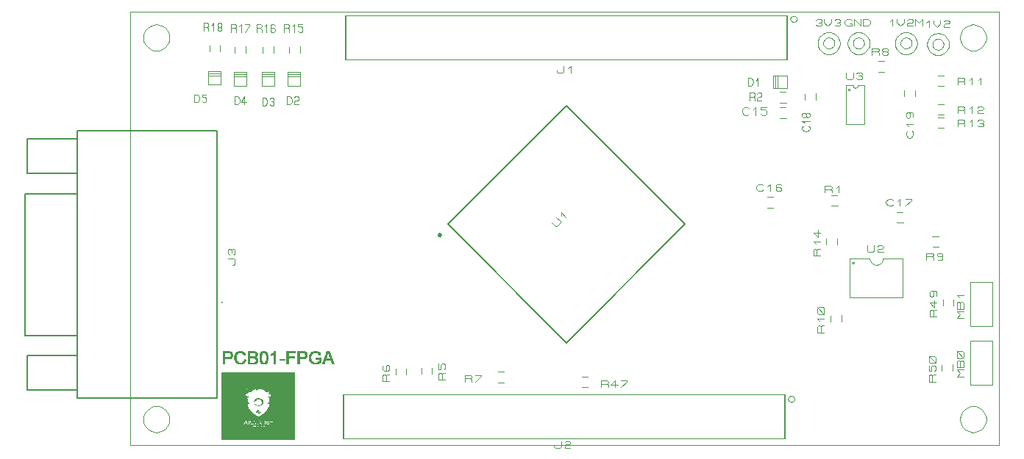
<source format=gbr>
G04 PROTEUS GERBER X2 FILE*
%TF.GenerationSoftware,Labcenter,Proteus,8.16-SP3-Build36097*%
%TF.CreationDate,2025-11-07T09:35:32+00:00*%
%TF.FileFunction,Legend,Top*%
%TF.FilePolarity,Positive*%
%TF.Part,Single*%
%TF.SameCoordinates,{b300ba1a-dc7e-4a19-be50-5429eaf46598}*%
%FSLAX45Y45*%
%MOMM*%
G01*
%TA.AperFunction,Profile*%
%ADD25C,0.101600*%
%TA.AperFunction,NonMaterial*%
%ADD27C,0.063500*%
%ADD28C,0.101600*%
%TA.AperFunction,Material*%
%ADD29C,0.200000*%
%ADD72C,0.100000*%
%ADD73C,0.101600*%
%ADD30C,0.250000*%
%TD.AperFunction*%
D25*
X-18000Y-3000D02*
X+9982000Y-3000D01*
X+9982000Y+4997000D01*
X-18000Y+4997000D01*
X-18000Y-3000D01*
X+9832000Y+4697000D02*
X+9831498Y+4709258D01*
X+9827422Y+4733775D01*
X+9818906Y+4758292D01*
X+9805032Y+4782809D01*
X+9783806Y+4807161D01*
X+9759289Y+4825555D01*
X+9734772Y+4837411D01*
X+9710255Y+4844315D01*
X+9685738Y+4846953D01*
X+9682000Y+4847000D01*
X+9532000Y+4697000D02*
X+9532502Y+4709258D01*
X+9536578Y+4733775D01*
X+9545094Y+4758292D01*
X+9558968Y+4782809D01*
X+9580194Y+4807161D01*
X+9604711Y+4825555D01*
X+9629228Y+4837411D01*
X+9653745Y+4844315D01*
X+9678262Y+4846953D01*
X+9682000Y+4847000D01*
X+9532000Y+4697000D02*
X+9532502Y+4684742D01*
X+9536578Y+4660225D01*
X+9545094Y+4635708D01*
X+9558968Y+4611191D01*
X+9580194Y+4586839D01*
X+9604711Y+4568445D01*
X+9629228Y+4556589D01*
X+9653745Y+4549685D01*
X+9678262Y+4547047D01*
X+9682000Y+4547000D01*
X+9832000Y+4697000D02*
X+9831498Y+4684742D01*
X+9827422Y+4660225D01*
X+9818906Y+4635708D01*
X+9805032Y+4611191D01*
X+9783806Y+4586839D01*
X+9759289Y+4568445D01*
X+9734772Y+4556589D01*
X+9710255Y+4549685D01*
X+9685738Y+4547047D01*
X+9682000Y+4547000D01*
X+9832000Y+297000D02*
X+9831498Y+309258D01*
X+9827422Y+333775D01*
X+9818906Y+358292D01*
X+9805032Y+382809D01*
X+9783806Y+407161D01*
X+9759289Y+425555D01*
X+9734772Y+437411D01*
X+9710255Y+444315D01*
X+9685738Y+446953D01*
X+9682000Y+447000D01*
X+9532000Y+297000D02*
X+9532502Y+309258D01*
X+9536578Y+333775D01*
X+9545094Y+358292D01*
X+9558968Y+382809D01*
X+9580194Y+407161D01*
X+9604711Y+425555D01*
X+9629228Y+437411D01*
X+9653745Y+444315D01*
X+9678262Y+446953D01*
X+9682000Y+447000D01*
X+9532000Y+297000D02*
X+9532502Y+284742D01*
X+9536578Y+260225D01*
X+9545094Y+235708D01*
X+9558968Y+211191D01*
X+9580194Y+186839D01*
X+9604711Y+168445D01*
X+9629228Y+156589D01*
X+9653745Y+149685D01*
X+9678262Y+147047D01*
X+9682000Y+147000D01*
X+9832000Y+297000D02*
X+9831498Y+284742D01*
X+9827422Y+260225D01*
X+9818906Y+235708D01*
X+9805032Y+211191D01*
X+9783806Y+186839D01*
X+9759289Y+168445D01*
X+9734772Y+156589D01*
X+9710255Y+149685D01*
X+9685738Y+147047D01*
X+9682000Y+147000D01*
X+432000Y+297000D02*
X+431498Y+309258D01*
X+427422Y+333775D01*
X+418906Y+358292D01*
X+405032Y+382809D01*
X+383806Y+407161D01*
X+359289Y+425555D01*
X+334772Y+437411D01*
X+310255Y+444315D01*
X+285738Y+446953D01*
X+282000Y+447000D01*
X+132000Y+297000D02*
X+132502Y+309258D01*
X+136578Y+333775D01*
X+145094Y+358292D01*
X+158968Y+382809D01*
X+180194Y+407161D01*
X+204711Y+425555D01*
X+229228Y+437411D01*
X+253745Y+444315D01*
X+278262Y+446953D01*
X+282000Y+447000D01*
X+132000Y+297000D02*
X+132502Y+284742D01*
X+136578Y+260225D01*
X+145094Y+235708D01*
X+158968Y+211191D01*
X+180194Y+186839D01*
X+204711Y+168445D01*
X+229228Y+156589D01*
X+253745Y+149685D01*
X+278262Y+147047D01*
X+282000Y+147000D01*
X+432000Y+297000D02*
X+431498Y+284742D01*
X+427422Y+260225D01*
X+418906Y+235708D01*
X+405032Y+211191D01*
X+383806Y+186839D01*
X+359289Y+168445D01*
X+334772Y+156589D01*
X+310255Y+149685D01*
X+285738Y+147047D01*
X+282000Y+147000D01*
X+432000Y+4697000D02*
X+431498Y+4709258D01*
X+427422Y+4733775D01*
X+418906Y+4758292D01*
X+405032Y+4782809D01*
X+383806Y+4807161D01*
X+359289Y+4825555D01*
X+334772Y+4837411D01*
X+310255Y+4844315D01*
X+285738Y+4846953D01*
X+282000Y+4847000D01*
X+132000Y+4697000D02*
X+132502Y+4709258D01*
X+136578Y+4733775D01*
X+145094Y+4758292D01*
X+158968Y+4782809D01*
X+180194Y+4807161D01*
X+204711Y+4825555D01*
X+229228Y+4837411D01*
X+253745Y+4844315D01*
X+278262Y+4846953D01*
X+282000Y+4847000D01*
X+132000Y+4697000D02*
X+132502Y+4684742D01*
X+136578Y+4660225D01*
X+145094Y+4635708D01*
X+158968Y+4611191D01*
X+180194Y+4586839D01*
X+204711Y+4568445D01*
X+229228Y+4556589D01*
X+253745Y+4549685D01*
X+278262Y+4547047D01*
X+282000Y+4547000D01*
X+432000Y+4697000D02*
X+431498Y+4684742D01*
X+427422Y+4660225D01*
X+418906Y+4635708D01*
X+405032Y+4611191D01*
X+383806Y+4586839D01*
X+359289Y+4568445D01*
X+334772Y+4556589D01*
X+310255Y+4549685D01*
X+285738Y+4547047D01*
X+282000Y+4547000D01*
D27*
X+1045394Y+936240D02*
X+1065714Y+936240D01*
X+1223194Y+936240D02*
X+1268914Y+936240D01*
X+1334954Y+936240D02*
X+1416234Y+936240D01*
X+1497514Y+936240D02*
X+1533074Y+936240D01*
X+1629594Y+936240D02*
X+1649914Y+936240D01*
X+1776914Y+936240D02*
X+1797234Y+936240D01*
X+1903914Y+936240D02*
X+1924234Y+936240D01*
X+2091874Y+936240D02*
X+2132514Y+936240D01*
X+2188394Y+936240D02*
X+2208714Y+936240D01*
X+2305234Y+936240D02*
X+2325554Y+936240D01*
X+1045394Y+941320D02*
X+1065714Y+941320D01*
X+1213034Y+941320D02*
X+1279074Y+941320D01*
X+1334954Y+941320D02*
X+1426394Y+941320D01*
X+1487354Y+941320D02*
X+1543234Y+941320D01*
X+1629594Y+941320D02*
X+1649914Y+941320D01*
X+1776914Y+941320D02*
X+1797234Y+941320D01*
X+1903914Y+941320D02*
X+1924234Y+941320D01*
X+2076634Y+941320D02*
X+2147754Y+941320D01*
X+2188394Y+941320D02*
X+2213794Y+941320D01*
X+2300154Y+941320D02*
X+2325554Y+941320D01*
X+1045394Y+946400D02*
X+1065714Y+946400D01*
X+1202874Y+946400D02*
X+1289234Y+946400D01*
X+1334954Y+946400D02*
X+1436554Y+946400D01*
X+1482274Y+946400D02*
X+1548314Y+946400D01*
X+1629594Y+946400D02*
X+1649914Y+946400D01*
X+1776914Y+946400D02*
X+1797234Y+946400D01*
X+1903914Y+946400D02*
X+1924234Y+946400D01*
X+2066474Y+946400D02*
X+2157914Y+946400D01*
X+2193474Y+946400D02*
X+2213794Y+946400D01*
X+2300154Y+946400D02*
X+2320474Y+946400D01*
X+1045394Y+951480D02*
X+1065714Y+951480D01*
X+1197794Y+951480D02*
X+1294314Y+951480D01*
X+1334954Y+951480D02*
X+1436554Y+951480D01*
X+1477194Y+951480D02*
X+1553394Y+951480D01*
X+1629594Y+951480D02*
X+1649914Y+951480D01*
X+1776914Y+951480D02*
X+1797234Y+951480D01*
X+1903914Y+951480D02*
X+1924234Y+951480D01*
X+2061394Y+951480D02*
X+2168074Y+951480D01*
X+2193474Y+951480D02*
X+2213794Y+951480D01*
X+2300154Y+951480D02*
X+2320474Y+951480D01*
X+1045394Y+956560D02*
X+1065714Y+956560D01*
X+1192714Y+956560D02*
X+1228274Y+956560D01*
X+1263834Y+956560D02*
X+1294314Y+956560D01*
X+1334954Y+956560D02*
X+1355274Y+956560D01*
X+1411154Y+956560D02*
X+1441634Y+956560D01*
X+1477194Y+956560D02*
X+1502594Y+956560D01*
X+1527994Y+956560D02*
X+1553394Y+956560D01*
X+1629594Y+956560D02*
X+1649914Y+956560D01*
X+1776914Y+956560D02*
X+1797234Y+956560D01*
X+1903914Y+956560D02*
X+1924234Y+956560D01*
X+2056314Y+956560D02*
X+2091874Y+956560D01*
X+2127434Y+956560D02*
X+2173154Y+956560D01*
X+2193474Y+956560D02*
X+2218874Y+956560D01*
X+2295074Y+956560D02*
X+2315394Y+956560D01*
X+1045394Y+961640D02*
X+1065714Y+961640D01*
X+1192714Y+961640D02*
X+1218114Y+961640D01*
X+1273994Y+961640D02*
X+1299394Y+961640D01*
X+1334954Y+961640D02*
X+1355274Y+961640D01*
X+1421314Y+961640D02*
X+1441634Y+961640D01*
X+1472114Y+961640D02*
X+1497514Y+961640D01*
X+1533074Y+961640D02*
X+1558474Y+961640D01*
X+1629594Y+961640D02*
X+1649914Y+961640D01*
X+1776914Y+961640D02*
X+1797234Y+961640D01*
X+1903914Y+961640D02*
X+1924234Y+961640D01*
X+2051234Y+961640D02*
X+2081714Y+961640D01*
X+2142674Y+961640D02*
X+2173154Y+961640D01*
X+2198554Y+961640D02*
X+2218874Y+961640D01*
X+2295074Y+961640D02*
X+2315394Y+961640D01*
X+1045394Y+966720D02*
X+1065714Y+966720D01*
X+1187634Y+966720D02*
X+1213034Y+966720D01*
X+1279074Y+966720D02*
X+1304474Y+966720D01*
X+1334954Y+966720D02*
X+1355274Y+966720D01*
X+1421314Y+966720D02*
X+1446714Y+966720D01*
X+1472114Y+966720D02*
X+1492434Y+966720D01*
X+1538154Y+966720D02*
X+1558474Y+966720D01*
X+1629594Y+966720D02*
X+1649914Y+966720D01*
X+1776914Y+966720D02*
X+1797234Y+966720D01*
X+1903914Y+966720D02*
X+1924234Y+966720D01*
X+2046154Y+966720D02*
X+2071554Y+966720D01*
X+2152834Y+966720D02*
X+2173154Y+966720D01*
X+2198554Y+966720D02*
X+2218874Y+966720D01*
X+2295074Y+966720D02*
X+2315394Y+966720D01*
X+1045394Y+971800D02*
X+1065714Y+971800D01*
X+1187634Y+971800D02*
X+1207954Y+971800D01*
X+1284154Y+971800D02*
X+1304474Y+971800D01*
X+1334954Y+971800D02*
X+1355274Y+971800D01*
X+1426394Y+971800D02*
X+1446714Y+971800D01*
X+1472114Y+971800D02*
X+1492434Y+971800D01*
X+1538154Y+971800D02*
X+1558474Y+971800D01*
X+1629594Y+971800D02*
X+1649914Y+971800D01*
X+1776914Y+971800D02*
X+1797234Y+971800D01*
X+1903914Y+971800D02*
X+1924234Y+971800D01*
X+2046154Y+971800D02*
X+2066474Y+971800D01*
X+2152834Y+971800D02*
X+2173154Y+971800D01*
X+2198554Y+971800D02*
X+2223954Y+971800D01*
X+2289994Y+971800D02*
X+2310314Y+971800D01*
X+1045394Y+976880D02*
X+1065714Y+976880D01*
X+1182554Y+976880D02*
X+1202874Y+976880D01*
X+1284154Y+976880D02*
X+1309554Y+976880D01*
X+1334954Y+976880D02*
X+1355274Y+976880D01*
X+1426394Y+976880D02*
X+1446714Y+976880D01*
X+1472114Y+976880D02*
X+1492434Y+976880D01*
X+1538154Y+976880D02*
X+1558474Y+976880D01*
X+1629594Y+976880D02*
X+1649914Y+976880D01*
X+1776914Y+976880D02*
X+1797234Y+976880D01*
X+1903914Y+976880D02*
X+1924234Y+976880D01*
X+2041074Y+976880D02*
X+2066474Y+976880D01*
X+2152834Y+976880D02*
X+2173154Y+976880D01*
X+2203634Y+976880D02*
X+2223954Y+976880D01*
X+2289994Y+976880D02*
X+2310314Y+976880D01*
X+1045394Y+981960D02*
X+1065714Y+981960D01*
X+1182554Y+981960D02*
X+1202874Y+981960D01*
X+1289234Y+981960D02*
X+1309554Y+981960D01*
X+1334954Y+981960D02*
X+1355274Y+981960D01*
X+1426394Y+981960D02*
X+1446714Y+981960D01*
X+1467034Y+981960D02*
X+1487354Y+981960D01*
X+1543234Y+981960D02*
X+1563554Y+981960D01*
X+1629594Y+981960D02*
X+1649914Y+981960D01*
X+1695634Y+981960D02*
X+1756594Y+981960D01*
X+1776914Y+981960D02*
X+1797234Y+981960D01*
X+1903914Y+981960D02*
X+1924234Y+981960D01*
X+2041074Y+981960D02*
X+2061394Y+981960D01*
X+2152834Y+981960D02*
X+2173154Y+981960D01*
X+2203634Y+981960D02*
X+2310314Y+981960D01*
X+1045394Y+987040D02*
X+1065714Y+987040D01*
X+1182554Y+987040D02*
X+1202874Y+987040D01*
X+1289234Y+987040D02*
X+1299394Y+987040D01*
X+1334954Y+987040D02*
X+1355274Y+987040D01*
X+1426394Y+987040D02*
X+1446714Y+987040D01*
X+1467034Y+987040D02*
X+1487354Y+987040D01*
X+1543234Y+987040D02*
X+1563554Y+987040D01*
X+1629594Y+987040D02*
X+1649914Y+987040D01*
X+1695634Y+987040D02*
X+1756594Y+987040D01*
X+1776914Y+987040D02*
X+1797234Y+987040D01*
X+1903914Y+987040D02*
X+1924234Y+987040D01*
X+2041074Y+987040D02*
X+2061394Y+987040D01*
X+2152834Y+987040D02*
X+2173154Y+987040D01*
X+2208714Y+987040D02*
X+2305234Y+987040D01*
X+1045394Y+992120D02*
X+1065714Y+992120D01*
X+1177474Y+992120D02*
X+1197794Y+992120D01*
X+1334954Y+992120D02*
X+1355274Y+992120D01*
X+1421314Y+992120D02*
X+1446714Y+992120D01*
X+1467034Y+992120D02*
X+1487354Y+992120D01*
X+1543234Y+992120D02*
X+1563554Y+992120D01*
X+1629594Y+992120D02*
X+1649914Y+992120D01*
X+1695634Y+992120D02*
X+1756594Y+992120D01*
X+1776914Y+992120D02*
X+1797234Y+992120D01*
X+1903914Y+992120D02*
X+1924234Y+992120D01*
X+2035994Y+992120D02*
X+2056314Y+992120D01*
X+2112194Y+992120D02*
X+2173154Y+992120D01*
X+2208714Y+992120D02*
X+2305234Y+992120D01*
X+1045394Y+997200D02*
X+1126674Y+997200D01*
X+1177474Y+997200D02*
X+1197794Y+997200D01*
X+1334954Y+997200D02*
X+1355274Y+997200D01*
X+1421314Y+997200D02*
X+1441634Y+997200D01*
X+1467034Y+997200D02*
X+1487354Y+997200D01*
X+1543234Y+997200D02*
X+1563554Y+997200D01*
X+1629594Y+997200D02*
X+1649914Y+997200D01*
X+1776914Y+997200D02*
X+1797234Y+997200D01*
X+1903914Y+997200D02*
X+1985194Y+997200D01*
X+2035994Y+997200D02*
X+2056314Y+997200D01*
X+2112194Y+997200D02*
X+2173154Y+997200D01*
X+2208714Y+997200D02*
X+2300154Y+997200D01*
X+1045394Y+1002280D02*
X+1136834Y+1002280D01*
X+1177474Y+1002280D02*
X+1197794Y+1002280D01*
X+1334954Y+1002280D02*
X+1355274Y+1002280D01*
X+1411154Y+1002280D02*
X+1436554Y+1002280D01*
X+1467034Y+1002280D02*
X+1487354Y+1002280D01*
X+1543234Y+1002280D02*
X+1563554Y+1002280D01*
X+1629594Y+1002280D02*
X+1649914Y+1002280D01*
X+1776914Y+1002280D02*
X+1797234Y+1002280D01*
X+1903914Y+1002280D02*
X+1995354Y+1002280D01*
X+2035994Y+1002280D02*
X+2056314Y+1002280D01*
X+2112194Y+1002280D02*
X+2173154Y+1002280D01*
X+2213794Y+1002280D02*
X+2234114Y+1002280D01*
X+2279834Y+1002280D02*
X+2300154Y+1002280D01*
X+1045394Y+1007360D02*
X+1146994Y+1007360D01*
X+1177474Y+1007360D02*
X+1197794Y+1007360D01*
X+1334954Y+1007360D02*
X+1436554Y+1007360D01*
X+1467034Y+1007360D02*
X+1487354Y+1007360D01*
X+1543234Y+1007360D02*
X+1563554Y+1007360D01*
X+1629594Y+1007360D02*
X+1649914Y+1007360D01*
X+1776914Y+1007360D02*
X+1868354Y+1007360D01*
X+1903914Y+1007360D02*
X+2005514Y+1007360D01*
X+2035994Y+1007360D02*
X+2056314Y+1007360D01*
X+2112194Y+1007360D02*
X+2173154Y+1007360D01*
X+2213794Y+1007360D02*
X+2234114Y+1007360D01*
X+2279834Y+1007360D02*
X+2300154Y+1007360D01*
X+1045394Y+1012440D02*
X+1146994Y+1012440D01*
X+1177474Y+1012440D02*
X+1197794Y+1012440D01*
X+1334954Y+1012440D02*
X+1426394Y+1012440D01*
X+1467034Y+1012440D02*
X+1487354Y+1012440D01*
X+1543234Y+1012440D02*
X+1563554Y+1012440D01*
X+1629594Y+1012440D02*
X+1649914Y+1012440D01*
X+1776914Y+1012440D02*
X+1868354Y+1012440D01*
X+1903914Y+1012440D02*
X+2005514Y+1012440D01*
X+2035994Y+1012440D02*
X+2056314Y+1012440D01*
X+2213794Y+1012440D02*
X+2234114Y+1012440D01*
X+2279834Y+1012440D02*
X+2295074Y+1012440D01*
X+1045394Y+1017520D02*
X+1065714Y+1017520D01*
X+1121594Y+1017520D02*
X+1152074Y+1017520D01*
X+1177474Y+1017520D02*
X+1197794Y+1017520D01*
X+1334954Y+1017520D02*
X+1426394Y+1017520D01*
X+1467034Y+1017520D02*
X+1487354Y+1017520D01*
X+1543234Y+1017520D02*
X+1563554Y+1017520D01*
X+1629594Y+1017520D02*
X+1649914Y+1017520D01*
X+1776914Y+1017520D02*
X+1868354Y+1017520D01*
X+1903914Y+1017520D02*
X+1924234Y+1017520D01*
X+1980114Y+1017520D02*
X+2010594Y+1017520D01*
X+2035994Y+1017520D02*
X+2056314Y+1017520D01*
X+2218874Y+1017520D02*
X+2239194Y+1017520D01*
X+2274754Y+1017520D02*
X+2295074Y+1017520D01*
X+1045394Y+1022600D02*
X+1065714Y+1022600D01*
X+1131754Y+1022600D02*
X+1152074Y+1022600D01*
X+1177474Y+1022600D02*
X+1197794Y+1022600D01*
X+1334954Y+1022600D02*
X+1431474Y+1022600D01*
X+1467034Y+1022600D02*
X+1487354Y+1022600D01*
X+1543234Y+1022600D02*
X+1563554Y+1022600D01*
X+1629594Y+1022600D02*
X+1649914Y+1022600D01*
X+1776914Y+1022600D02*
X+1868354Y+1022600D01*
X+1903914Y+1022600D02*
X+1924234Y+1022600D01*
X+1990274Y+1022600D02*
X+2010594Y+1022600D01*
X+2035994Y+1022600D02*
X+2056314Y+1022600D01*
X+2218874Y+1022600D02*
X+2239194Y+1022600D01*
X+2274754Y+1022600D02*
X+2289994Y+1022600D01*
X+1045394Y+1027680D02*
X+1065714Y+1027680D01*
X+1131754Y+1027680D02*
X+1157154Y+1027680D01*
X+1177474Y+1027680D02*
X+1197794Y+1027680D01*
X+1334954Y+1027680D02*
X+1355274Y+1027680D01*
X+1411154Y+1027680D02*
X+1436554Y+1027680D01*
X+1467034Y+1027680D02*
X+1487354Y+1027680D01*
X+1543234Y+1027680D02*
X+1563554Y+1027680D01*
X+1629594Y+1027680D02*
X+1649914Y+1027680D01*
X+1776914Y+1027680D02*
X+1797234Y+1027680D01*
X+1903914Y+1027680D02*
X+1924234Y+1027680D01*
X+1990274Y+1027680D02*
X+2015674Y+1027680D01*
X+2035994Y+1027680D02*
X+2056314Y+1027680D01*
X+2218874Y+1027680D02*
X+2239194Y+1027680D01*
X+2269674Y+1027680D02*
X+2289994Y+1027680D01*
X+1045394Y+1032760D02*
X+1065714Y+1032760D01*
X+1136834Y+1032760D02*
X+1157154Y+1032760D01*
X+1177474Y+1032760D02*
X+1202874Y+1032760D01*
X+1334954Y+1032760D02*
X+1355274Y+1032760D01*
X+1416234Y+1032760D02*
X+1436554Y+1032760D01*
X+1467034Y+1032760D02*
X+1487354Y+1032760D01*
X+1543234Y+1032760D02*
X+1563554Y+1032760D01*
X+1594034Y+1032760D02*
X+1599114Y+1032760D01*
X+1629594Y+1032760D02*
X+1649914Y+1032760D01*
X+1776914Y+1032760D02*
X+1797234Y+1032760D01*
X+1903914Y+1032760D02*
X+1924234Y+1032760D01*
X+1995354Y+1032760D02*
X+2015674Y+1032760D01*
X+2041074Y+1032760D02*
X+2061394Y+1032760D01*
X+2223954Y+1032760D02*
X+2239194Y+1032760D01*
X+2269674Y+1032760D02*
X+2289994Y+1032760D01*
X+1045394Y+1037840D02*
X+1065714Y+1037840D01*
X+1136834Y+1037840D02*
X+1157154Y+1037840D01*
X+1182554Y+1037840D02*
X+1202874Y+1037840D01*
X+1284154Y+1037840D02*
X+1289234Y+1037840D01*
X+1334954Y+1037840D02*
X+1355274Y+1037840D01*
X+1421314Y+1037840D02*
X+1441634Y+1037840D01*
X+1467034Y+1037840D02*
X+1487354Y+1037840D01*
X+1543234Y+1037840D02*
X+1563554Y+1037840D01*
X+1594034Y+1037840D02*
X+1609274Y+1037840D01*
X+1629594Y+1037840D02*
X+1649914Y+1037840D01*
X+1776914Y+1037840D02*
X+1797234Y+1037840D01*
X+1903914Y+1037840D02*
X+1924234Y+1037840D01*
X+1995354Y+1037840D02*
X+2015674Y+1037840D01*
X+2041074Y+1037840D02*
X+2061394Y+1037840D01*
X+2152834Y+1037840D02*
X+2162994Y+1037840D01*
X+2223954Y+1037840D02*
X+2244274Y+1037840D01*
X+2269674Y+1037840D02*
X+2284914Y+1037840D01*
X+1045394Y+1042920D02*
X+1065714Y+1042920D01*
X+1136834Y+1042920D02*
X+1157154Y+1042920D01*
X+1182554Y+1042920D02*
X+1202874Y+1042920D01*
X+1284154Y+1042920D02*
X+1304474Y+1042920D01*
X+1334954Y+1042920D02*
X+1355274Y+1042920D01*
X+1421314Y+1042920D02*
X+1441634Y+1042920D01*
X+1472114Y+1042920D02*
X+1492434Y+1042920D01*
X+1538154Y+1042920D02*
X+1558474Y+1042920D01*
X+1594034Y+1042920D02*
X+1619434Y+1042920D01*
X+1629594Y+1042920D02*
X+1649914Y+1042920D01*
X+1776914Y+1042920D02*
X+1797234Y+1042920D01*
X+1903914Y+1042920D02*
X+1924234Y+1042920D01*
X+1995354Y+1042920D02*
X+2015674Y+1042920D01*
X+2041074Y+1042920D02*
X+2066474Y+1042920D01*
X+2147754Y+1042920D02*
X+2168074Y+1042920D01*
X+2223954Y+1042920D02*
X+2244274Y+1042920D01*
X+2264594Y+1042920D02*
X+2284914Y+1042920D01*
X+1045394Y+1048000D02*
X+1065714Y+1048000D01*
X+1136834Y+1048000D02*
X+1157154Y+1048000D01*
X+1182554Y+1048000D02*
X+1207954Y+1048000D01*
X+1279074Y+1048000D02*
X+1304474Y+1048000D01*
X+1334954Y+1048000D02*
X+1355274Y+1048000D01*
X+1421314Y+1048000D02*
X+1441634Y+1048000D01*
X+1472114Y+1048000D02*
X+1492434Y+1048000D01*
X+1538154Y+1048000D02*
X+1558474Y+1048000D01*
X+1594034Y+1048000D02*
X+1624514Y+1048000D01*
X+1629594Y+1048000D02*
X+1649914Y+1048000D01*
X+1776914Y+1048000D02*
X+1797234Y+1048000D01*
X+1903914Y+1048000D02*
X+1924234Y+1048000D01*
X+1995354Y+1048000D02*
X+2015674Y+1048000D01*
X+2046154Y+1048000D02*
X+2066474Y+1048000D01*
X+2147754Y+1048000D02*
X+2168074Y+1048000D01*
X+2229034Y+1048000D02*
X+2244274Y+1048000D01*
X+2264594Y+1048000D02*
X+2279834Y+1048000D01*
X+1045394Y+1053080D02*
X+1065714Y+1053080D01*
X+1131754Y+1053080D02*
X+1157154Y+1053080D01*
X+1187634Y+1053080D02*
X+1213034Y+1053080D01*
X+1273994Y+1053080D02*
X+1299394Y+1053080D01*
X+1334954Y+1053080D02*
X+1355274Y+1053080D01*
X+1421314Y+1053080D02*
X+1441634Y+1053080D01*
X+1472114Y+1053080D02*
X+1492434Y+1053080D01*
X+1538154Y+1053080D02*
X+1558474Y+1053080D01*
X+1604194Y+1053080D02*
X+1649914Y+1053080D01*
X+1776914Y+1053080D02*
X+1797234Y+1053080D01*
X+1903914Y+1053080D02*
X+1924234Y+1053080D01*
X+1990274Y+1053080D02*
X+2015674Y+1053080D01*
X+2046154Y+1053080D02*
X+2071554Y+1053080D01*
X+2142674Y+1053080D02*
X+2168074Y+1053080D01*
X+2229034Y+1053080D02*
X+2249354Y+1053080D01*
X+2264594Y+1053080D02*
X+2279834Y+1053080D01*
X+1045394Y+1058160D02*
X+1065714Y+1058160D01*
X+1131754Y+1058160D02*
X+1152074Y+1058160D01*
X+1192714Y+1058160D02*
X+1218114Y+1058160D01*
X+1268914Y+1058160D02*
X+1299394Y+1058160D01*
X+1334954Y+1058160D02*
X+1355274Y+1058160D01*
X+1416234Y+1058160D02*
X+1441634Y+1058160D01*
X+1472114Y+1058160D02*
X+1497514Y+1058160D01*
X+1533074Y+1058160D02*
X+1558474Y+1058160D01*
X+1609274Y+1058160D02*
X+1649914Y+1058160D01*
X+1776914Y+1058160D02*
X+1797234Y+1058160D01*
X+1903914Y+1058160D02*
X+1924234Y+1058160D01*
X+1990274Y+1058160D02*
X+2010594Y+1058160D01*
X+2051234Y+1058160D02*
X+2076634Y+1058160D01*
X+2137594Y+1058160D02*
X+2162994Y+1058160D01*
X+2229034Y+1058160D02*
X+2249354Y+1058160D01*
X+2259514Y+1058160D02*
X+2279834Y+1058160D01*
X+1045394Y+1063240D02*
X+1065714Y+1063240D01*
X+1121594Y+1063240D02*
X+1152074Y+1063240D01*
X+1192714Y+1063240D02*
X+1228274Y+1063240D01*
X+1263834Y+1063240D02*
X+1294314Y+1063240D01*
X+1334954Y+1063240D02*
X+1355274Y+1063240D01*
X+1411154Y+1063240D02*
X+1436554Y+1063240D01*
X+1477194Y+1063240D02*
X+1502594Y+1063240D01*
X+1527994Y+1063240D02*
X+1553394Y+1063240D01*
X+1619434Y+1063240D02*
X+1649914Y+1063240D01*
X+1776914Y+1063240D02*
X+1797234Y+1063240D01*
X+1903914Y+1063240D02*
X+1924234Y+1063240D01*
X+1980114Y+1063240D02*
X+2010594Y+1063240D01*
X+2056314Y+1063240D02*
X+2091874Y+1063240D01*
X+2127434Y+1063240D02*
X+2162994Y+1063240D01*
X+2234114Y+1063240D02*
X+2249354Y+1063240D01*
X+2259514Y+1063240D02*
X+2274754Y+1063240D01*
X+1045394Y+1068320D02*
X+1146994Y+1068320D01*
X+1197794Y+1068320D02*
X+1289234Y+1068320D01*
X+1334954Y+1068320D02*
X+1436554Y+1068320D01*
X+1477194Y+1068320D02*
X+1553394Y+1068320D01*
X+1624514Y+1068320D02*
X+1649914Y+1068320D01*
X+1776914Y+1068320D02*
X+1878514Y+1068320D01*
X+1903914Y+1068320D02*
X+2005514Y+1068320D01*
X+2056314Y+1068320D02*
X+2157914Y+1068320D01*
X+2234114Y+1068320D02*
X+2274754Y+1068320D01*
X+1045394Y+1073400D02*
X+1146994Y+1073400D01*
X+1202874Y+1073400D02*
X+1284154Y+1073400D01*
X+1334954Y+1073400D02*
X+1431474Y+1073400D01*
X+1482274Y+1073400D02*
X+1548314Y+1073400D01*
X+1629594Y+1073400D02*
X+1649914Y+1073400D01*
X+1776914Y+1073400D02*
X+1878514Y+1073400D01*
X+1903914Y+1073400D02*
X+2005514Y+1073400D01*
X+2066474Y+1073400D02*
X+2152834Y+1073400D01*
X+2234114Y+1073400D02*
X+2274754Y+1073400D01*
X+1045394Y+1078480D02*
X+1141914Y+1078480D01*
X+1213034Y+1078480D02*
X+1279074Y+1078480D01*
X+1334954Y+1078480D02*
X+1426394Y+1078480D01*
X+1487354Y+1078480D02*
X+1543234Y+1078480D01*
X+1634674Y+1078480D02*
X+1649914Y+1078480D01*
X+1776914Y+1078480D02*
X+1878514Y+1078480D01*
X+1903914Y+1078480D02*
X+2000434Y+1078480D01*
X+2071554Y+1078480D02*
X+2142674Y+1078480D01*
X+2239194Y+1078480D02*
X+2269674Y+1078480D01*
X+1045394Y+1083560D02*
X+1126674Y+1083560D01*
X+1228274Y+1083560D02*
X+1263834Y+1083560D01*
X+1334954Y+1083560D02*
X+1411154Y+1083560D01*
X+1497514Y+1083560D02*
X+1533074Y+1083560D01*
X+1634674Y+1083560D02*
X+1649914Y+1083560D01*
X+1776914Y+1083560D02*
X+1878514Y+1083560D01*
X+1903914Y+1083560D02*
X+1985194Y+1083560D01*
X+2086794Y+1083560D02*
X+2132514Y+1083560D01*
X+2239194Y+1083560D02*
X+2269674Y+1083560D01*
D28*
X+7650621Y+4911900D02*
X+7650497Y+4914878D01*
X+7649492Y+4920836D01*
X+7647388Y+4926794D01*
X+7643949Y+4932752D01*
X+7638690Y+4938636D01*
X+7632732Y+4942967D01*
X+7626774Y+4945731D01*
X+7620816Y+4947297D01*
X+7614858Y+4947821D01*
X+7614700Y+4947821D01*
X+7578779Y+4911900D02*
X+7578903Y+4914878D01*
X+7579908Y+4920836D01*
X+7582012Y+4926794D01*
X+7585451Y+4932752D01*
X+7590710Y+4938636D01*
X+7596668Y+4942967D01*
X+7602626Y+4945731D01*
X+7608584Y+4947297D01*
X+7614542Y+4947821D01*
X+7614700Y+4947821D01*
X+7578779Y+4911900D02*
X+7578903Y+4908922D01*
X+7579908Y+4902964D01*
X+7582012Y+4897006D01*
X+7585451Y+4891048D01*
X+7590710Y+4885164D01*
X+7596668Y+4880833D01*
X+7602626Y+4878069D01*
X+7608584Y+4876503D01*
X+7614542Y+4875979D01*
X+7614700Y+4875979D01*
X+7650621Y+4911900D02*
X+7650497Y+4908922D01*
X+7649492Y+4902964D01*
X+7647388Y+4897006D01*
X+7643949Y+4891048D01*
X+7638690Y+4885164D01*
X+7632732Y+4880833D01*
X+7626774Y+4878069D01*
X+7620816Y+4876503D01*
X+7614858Y+4875979D01*
X+7614700Y+4875979D01*
X+7625221Y+530400D02*
X+7625097Y+533378D01*
X+7624092Y+539336D01*
X+7621988Y+545294D01*
X+7618549Y+551252D01*
X+7613290Y+557136D01*
X+7607332Y+561467D01*
X+7601374Y+564231D01*
X+7595416Y+565797D01*
X+7589458Y+566321D01*
X+7589300Y+566321D01*
X+7553379Y+530400D02*
X+7553503Y+533378D01*
X+7554508Y+539336D01*
X+7556612Y+545294D01*
X+7560051Y+551252D01*
X+7565310Y+557136D01*
X+7571268Y+561467D01*
X+7577226Y+564231D01*
X+7583184Y+565797D01*
X+7589142Y+566321D01*
X+7589300Y+566321D01*
X+7553379Y+530400D02*
X+7553503Y+527422D01*
X+7554508Y+521464D01*
X+7556612Y+515506D01*
X+7560051Y+509548D01*
X+7565310Y+503664D01*
X+7571268Y+499333D01*
X+7577226Y+496569D01*
X+7583184Y+495003D01*
X+7589142Y+494479D01*
X+7589300Y+494479D01*
X+7625221Y+530400D02*
X+7625097Y+527422D01*
X+7624092Y+521464D01*
X+7621988Y+515506D01*
X+7618549Y+509548D01*
X+7613290Y+503664D01*
X+7607332Y+499333D01*
X+7601374Y+496569D01*
X+7595416Y+495003D01*
X+7589458Y+494479D01*
X+7589300Y+494479D01*
X+2458500Y+4442000D02*
X+7538500Y+4442000D01*
X+7538500Y+4950000D01*
X+2458500Y+4950000D01*
X+2458500Y+4442000D01*
X+2433100Y+73200D02*
X+7513100Y+73200D01*
X+7513100Y+581200D01*
X+2433100Y+581200D01*
X+2433100Y+73200D01*
D29*
X-627600Y+540000D02*
X+982400Y+540000D01*
X+982400Y+3622000D01*
X-627600Y+3622000D01*
X-627600Y+540000D01*
X-627600Y+632000D02*
X-1207600Y+632000D01*
X-1207600Y+1032000D01*
X-627600Y+1032000D01*
X-627600Y+1264000D02*
X-1227600Y+1264000D01*
X-1227600Y+2898000D01*
X-627600Y+2898000D01*
X-627600Y+3130000D02*
X-1207600Y+3130000D01*
X-1207600Y+3530000D01*
X-627600Y+3530000D01*
D72*
X+1029400Y+1648000D02*
X+1034400Y+1643000D01*
X+1039400Y+1648000D01*
X+1034400Y+1653000D01*
X+1029400Y+1648000D01*
D73*
X+1158700Y+2074320D02*
X+1171400Y+2074320D01*
X+1184100Y+2087655D01*
X+1184100Y+2140995D01*
X+1171400Y+2154330D01*
X+1107900Y+2154330D01*
X+1120600Y+2194335D02*
X+1107900Y+2207670D01*
X+1107900Y+2247675D01*
X+1120600Y+2261010D01*
X+1133300Y+2261010D01*
X+1146000Y+2247675D01*
X+1158700Y+2261010D01*
X+1171400Y+2261010D01*
X+1184100Y+2247675D01*
X+1184100Y+2207670D01*
X+1171400Y+2194335D01*
X+1146000Y+2221005D02*
X+1146000Y+2247675D01*
X+894480Y+4536360D02*
X+894480Y+4604940D01*
X+1016400Y+4536360D02*
X+1016400Y+4607480D01*
X+823220Y+4773660D02*
X+823220Y+4865100D01*
X+870845Y+4865100D01*
X+880370Y+4849860D01*
X+880370Y+4834620D01*
X+870845Y+4819380D01*
X+823220Y+4819380D01*
X+870845Y+4819380D02*
X+880370Y+4804140D01*
X+880370Y+4773660D01*
X+918470Y+4834620D02*
X+937520Y+4865100D01*
X+937520Y+4773660D01*
X+994670Y+4819380D02*
X+985145Y+4834620D01*
X+985145Y+4849860D01*
X+994670Y+4865100D01*
X+1023245Y+4865100D01*
X+1032770Y+4849860D01*
X+1032770Y+4834620D01*
X+1023245Y+4819380D01*
X+994670Y+4819380D01*
X+985145Y+4804140D01*
X+985145Y+4788900D01*
X+994670Y+4773660D01*
X+1023245Y+4773660D01*
X+1032770Y+4788900D01*
X+1032770Y+4804140D01*
X+1023245Y+4819380D01*
X+2455000Y+4442000D02*
X+7535000Y+4442000D01*
X+7535000Y+4950000D01*
X+2455000Y+4950000D01*
X+2455000Y+4442000D01*
X+4888320Y+4317540D02*
X+4888320Y+4304840D01*
X+4901655Y+4292140D01*
X+4954995Y+4292140D01*
X+4968330Y+4304840D01*
X+4968330Y+4368340D01*
X+5021670Y+4342940D02*
X+5048340Y+4368340D01*
X+5048340Y+4292140D01*
X+1811580Y+4523660D02*
X+1811580Y+4592240D01*
X+1933500Y+4523660D02*
X+1933500Y+4594780D01*
X+1753020Y+4760960D02*
X+1753020Y+4852400D01*
X+1800645Y+4852400D01*
X+1810170Y+4837160D01*
X+1810170Y+4821920D01*
X+1800645Y+4806680D01*
X+1753020Y+4806680D01*
X+1800645Y+4806680D02*
X+1810170Y+4791440D01*
X+1810170Y+4760960D01*
X+1848270Y+4821920D02*
X+1867320Y+4852400D01*
X+1867320Y+4760960D01*
X+1962570Y+4852400D02*
X+1914945Y+4852400D01*
X+1914945Y+4821920D01*
X+1953045Y+4821920D01*
X+1962570Y+4806680D01*
X+1962570Y+4776200D01*
X+1953045Y+4760960D01*
X+1924470Y+4760960D01*
X+1914945Y+4776200D01*
X+1506780Y+4523660D02*
X+1506780Y+4592240D01*
X+1628700Y+4523660D02*
X+1628700Y+4594780D01*
X+1435520Y+4760960D02*
X+1435520Y+4852400D01*
X+1483145Y+4852400D01*
X+1492670Y+4837160D01*
X+1492670Y+4821920D01*
X+1483145Y+4806680D01*
X+1435520Y+4806680D01*
X+1483145Y+4806680D02*
X+1492670Y+4791440D01*
X+1492670Y+4760960D01*
X+1530770Y+4821920D02*
X+1549820Y+4852400D01*
X+1549820Y+4760960D01*
X+1645070Y+4837160D02*
X+1635545Y+4852400D01*
X+1606970Y+4852400D01*
X+1597445Y+4837160D01*
X+1597445Y+4776200D01*
X+1606970Y+4760960D01*
X+1635545Y+4760960D01*
X+1645070Y+4776200D01*
X+1645070Y+4791440D01*
X+1635545Y+4806680D01*
X+1597445Y+4806680D01*
X+1186580Y+4523660D02*
X+1186580Y+4592240D01*
X+1308500Y+4523660D02*
X+1308500Y+4594780D01*
X+1140720Y+4760960D02*
X+1140720Y+4852400D01*
X+1188345Y+4852400D01*
X+1197870Y+4837160D01*
X+1197870Y+4821920D01*
X+1188345Y+4806680D01*
X+1140720Y+4806680D01*
X+1188345Y+4806680D02*
X+1197870Y+4791440D01*
X+1197870Y+4760960D01*
X+1235970Y+4821920D02*
X+1255020Y+4852400D01*
X+1255020Y+4760960D01*
X+1302645Y+4852400D02*
X+1350270Y+4852400D01*
X+1350270Y+4837160D01*
X+1302645Y+4760960D01*
X+1020000Y+4282590D02*
X+880000Y+4282590D01*
X+1020000Y+4262590D02*
X+880000Y+4262590D01*
X+880000Y+4152590D02*
X+1020000Y+4152590D01*
X+1020000Y+4312590D01*
X+880000Y+4312590D01*
X+880000Y+4152590D01*
X+720280Y+3949505D02*
X+720280Y+4040945D01*
X+758380Y+4040945D01*
X+777430Y+4010465D01*
X+777430Y+3979985D01*
X+758380Y+3949505D01*
X+720280Y+3949505D01*
X+853630Y+4040945D02*
X+806005Y+4040945D01*
X+806005Y+4010465D01*
X+844105Y+4010465D01*
X+853630Y+3995225D01*
X+853630Y+3964745D01*
X+844105Y+3949505D01*
X+815530Y+3949505D01*
X+806005Y+3964745D01*
X+1318000Y+4271540D02*
X+1178000Y+4271540D01*
X+1318000Y+4251540D02*
X+1178000Y+4251540D01*
X+1178000Y+4141540D02*
X+1318000Y+4141540D01*
X+1318000Y+4301540D01*
X+1178000Y+4301540D01*
X+1178000Y+4141540D01*
X+1180825Y+3927206D02*
X+1180825Y+4018646D01*
X+1218925Y+4018646D01*
X+1237975Y+3988166D01*
X+1237975Y+3957686D01*
X+1218925Y+3927206D01*
X+1180825Y+3927206D01*
X+1314175Y+3957686D02*
X+1257025Y+3957686D01*
X+1295125Y+4018646D01*
X+1295125Y+3927206D01*
X+1637800Y+4271540D02*
X+1497800Y+4271540D01*
X+1637800Y+4251540D02*
X+1497800Y+4251540D01*
X+1497800Y+4141540D02*
X+1637800Y+4141540D01*
X+1637800Y+4301540D01*
X+1497800Y+4301540D01*
X+1497800Y+4141540D01*
X+1500780Y+3912755D02*
X+1500780Y+4004195D01*
X+1538880Y+4004195D01*
X+1557930Y+3973715D01*
X+1557930Y+3943235D01*
X+1538880Y+3912755D01*
X+1500780Y+3912755D01*
X+1586505Y+3988955D02*
X+1596030Y+4004195D01*
X+1624605Y+4004195D01*
X+1634130Y+3988955D01*
X+1634130Y+3973715D01*
X+1624605Y+3958475D01*
X+1634130Y+3943235D01*
X+1634130Y+3927995D01*
X+1624605Y+3912755D01*
X+1596030Y+3912755D01*
X+1586505Y+3927995D01*
X+1605555Y+3958475D02*
X+1624605Y+3958475D01*
X+1933000Y+4271540D02*
X+1793000Y+4271540D01*
X+1933000Y+4251540D02*
X+1793000Y+4251540D01*
X+1793000Y+4141540D02*
X+1933000Y+4141540D01*
X+1933000Y+4301540D01*
X+1793000Y+4301540D01*
X+1793000Y+4141540D01*
X+1783280Y+3925755D02*
X+1783280Y+4017195D01*
X+1821380Y+4017195D01*
X+1840430Y+3986715D01*
X+1840430Y+3956235D01*
X+1821380Y+3925755D01*
X+1783280Y+3925755D01*
X+1869005Y+4001955D02*
X+1878530Y+4017195D01*
X+1907105Y+4017195D01*
X+1916630Y+4001955D01*
X+1916630Y+3986715D01*
X+1907105Y+3971475D01*
X+1878530Y+3971475D01*
X+1869005Y+3956235D01*
X+1869005Y+3925755D01*
X+1916630Y+3925755D01*
D29*
X+5003580Y+1179904D02*
X+6368296Y+2544620D01*
X+5003580Y+3909336D01*
X+3638864Y+2544620D01*
X+5003580Y+1179904D01*
D30*
X+3550602Y+2422644D02*
X+3550559Y+2423683D01*
X+3550207Y+2425762D01*
X+3549470Y+2427841D01*
X+3548266Y+2429920D01*
X+3546425Y+2431970D01*
X+3544346Y+2433473D01*
X+3542267Y+2434430D01*
X+3540188Y+2434969D01*
X+3538109Y+2435144D01*
X+3538102Y+2435144D01*
X+3525602Y+2422644D02*
X+3525645Y+2423683D01*
X+3525997Y+2425762D01*
X+3526734Y+2427841D01*
X+3527938Y+2429920D01*
X+3529779Y+2431970D01*
X+3531858Y+2433473D01*
X+3533937Y+2434430D01*
X+3536016Y+2434969D01*
X+3538095Y+2435144D01*
X+3538102Y+2435144D01*
X+3525602Y+2422644D02*
X+3525645Y+2421605D01*
X+3525997Y+2419526D01*
X+3526734Y+2417447D01*
X+3527938Y+2415368D01*
X+3529779Y+2413318D01*
X+3531858Y+2411815D01*
X+3533937Y+2410858D01*
X+3536016Y+2410319D01*
X+3538095Y+2410144D01*
X+3538102Y+2410144D01*
X+3550602Y+2422644D02*
X+3550559Y+2421605D01*
X+3550207Y+2419526D01*
X+3549470Y+2417447D01*
X+3548266Y+2415368D01*
X+3546425Y+2413318D01*
X+3544346Y+2411815D01*
X+3542267Y+2410858D01*
X+3540188Y+2410319D01*
X+3538109Y+2410144D01*
X+3538102Y+2410144D01*
D73*
X+4829363Y+2567969D02*
X+4874264Y+2523068D01*
X+4892674Y+2523517D01*
X+4930391Y+2561234D01*
X+4930840Y+2579643D01*
X+4885939Y+2624545D01*
X+4941616Y+2644301D02*
X+4942514Y+2681120D01*
X+4996396Y+2627239D01*
X+3035080Y+809800D02*
X+3035080Y+878380D01*
X+3157000Y+809800D02*
X+3157000Y+880920D01*
X+2961420Y+736140D02*
X+2885220Y+736140D01*
X+2885220Y+802815D01*
X+2897920Y+816150D01*
X+2910620Y+816150D01*
X+2923320Y+802815D01*
X+2923320Y+736140D01*
X+2923320Y+802815D02*
X+2936020Y+816150D01*
X+2961420Y+816150D01*
X+2897920Y+922830D02*
X+2885220Y+909495D01*
X+2885220Y+869490D01*
X+2897920Y+856155D01*
X+2948720Y+856155D01*
X+2961420Y+869490D01*
X+2961420Y+909495D01*
X+2948720Y+922830D01*
X+2936020Y+922830D01*
X+2923320Y+909495D01*
X+2923320Y+856155D01*
X+3454720Y+892825D02*
X+3454720Y+824245D01*
X+3332800Y+892825D02*
X+3332800Y+821705D01*
X+3604580Y+753125D02*
X+3528380Y+753125D01*
X+3528380Y+819800D01*
X+3541080Y+833135D01*
X+3553780Y+833135D01*
X+3566480Y+819800D01*
X+3566480Y+753125D01*
X+3566480Y+819800D02*
X+3579180Y+833135D01*
X+3604580Y+833135D01*
X+3528380Y+939815D02*
X+3528380Y+873140D01*
X+3553780Y+873140D01*
X+3553780Y+926480D01*
X+3566480Y+939815D01*
X+3591880Y+939815D01*
X+3604580Y+926480D01*
X+3604580Y+886475D01*
X+3591880Y+873140D01*
X+4211760Y+842820D02*
X+4280340Y+842820D01*
X+4211760Y+720900D02*
X+4282880Y+720900D01*
X+3831420Y+727900D02*
X+3831420Y+804100D01*
X+3898095Y+804100D01*
X+3911430Y+791400D01*
X+3911430Y+778700D01*
X+3898095Y+766000D01*
X+3831420Y+766000D01*
X+3898095Y+766000D02*
X+3911430Y+753300D01*
X+3911430Y+727900D01*
X+3951435Y+804100D02*
X+4018110Y+804100D01*
X+4018110Y+791400D01*
X+3951435Y+727900D01*
X+5246240Y+667980D02*
X+5177660Y+667980D01*
X+5246240Y+789900D02*
X+5175120Y+789900D01*
X+5403200Y+668120D02*
X+5403200Y+744320D01*
X+5469875Y+744320D01*
X+5483210Y+731620D01*
X+5483210Y+718920D01*
X+5469875Y+706220D01*
X+5403200Y+706220D01*
X+5469875Y+706220D02*
X+5483210Y+693520D01*
X+5483210Y+668120D01*
X+5589890Y+693520D02*
X+5509880Y+693520D01*
X+5563220Y+744320D01*
X+5563220Y+668120D01*
X+5629895Y+744320D02*
X+5696570Y+744320D01*
X+5696570Y+731620D01*
X+5629895Y+668120D01*
X+8262400Y+2150920D02*
X+8491000Y+2150920D01*
X+8496879Y+2120931D01*
X+8513027Y+2096746D01*
X+8537211Y+2080599D01*
X+8567200Y+2074720D01*
X+8643400Y+2150920D02*
X+8637521Y+2120931D01*
X+8621373Y+2096746D01*
X+8597189Y+2080599D01*
X+8567200Y+2074720D01*
X+8643400Y+2150920D02*
X+8872000Y+2150920D01*
X+8338600Y+1703880D02*
X+8795800Y+1703880D01*
X+8262400Y+2117900D02*
X+8262400Y+1736900D01*
X+8872000Y+2117900D02*
X+8872000Y+1736900D01*
X+8262400Y+2117900D02*
X+8262400Y+2150920D01*
X+8872000Y+2150920D02*
X+8872000Y+2117900D01*
X+8795800Y+1703880D02*
X+8872000Y+1703880D01*
X+8872000Y+1736900D01*
X+8262400Y+1736900D02*
X+8262400Y+1703880D01*
X+8338600Y+1703880D01*
X+8308120Y+2101644D02*
X+8308085Y+2102489D01*
X+8307798Y+2104180D01*
X+8307199Y+2105871D01*
X+8306219Y+2107562D01*
X+8304719Y+2109230D01*
X+8303028Y+2110450D01*
X+8301337Y+2111226D01*
X+8299646Y+2111663D01*
X+8297960Y+2111804D01*
X+8287800Y+2101644D02*
X+8287835Y+2102489D01*
X+8288122Y+2104180D01*
X+8288721Y+2105871D01*
X+8289701Y+2107562D01*
X+8291201Y+2109230D01*
X+8292892Y+2110450D01*
X+8294583Y+2111226D01*
X+8296274Y+2111663D01*
X+8297960Y+2111804D01*
X+8287800Y+2101644D02*
X+8287835Y+2100799D01*
X+8288122Y+2099108D01*
X+8288721Y+2097417D01*
X+8289701Y+2095726D01*
X+8291201Y+2094058D01*
X+8292892Y+2092838D01*
X+8294583Y+2092062D01*
X+8296274Y+2091625D01*
X+8297960Y+2091484D01*
X+8308120Y+2101644D02*
X+8308085Y+2100799D01*
X+8307798Y+2099108D01*
X+8307199Y+2097417D01*
X+8306219Y+2095726D01*
X+8304719Y+2094058D01*
X+8303028Y+2092838D01*
X+8301337Y+2092062D01*
X+8299646Y+2091625D01*
X+8297960Y+2091484D01*
X+8460520Y+2300780D02*
X+8460520Y+2237280D01*
X+8473855Y+2224580D01*
X+8527195Y+2224580D01*
X+8540530Y+2237280D01*
X+8540530Y+2300780D01*
X+8580535Y+2288080D02*
X+8593870Y+2300780D01*
X+8633875Y+2300780D01*
X+8647210Y+2288080D01*
X+8647210Y+2275380D01*
X+8633875Y+2262680D01*
X+8593870Y+2262680D01*
X+8580535Y+2249980D01*
X+8580535Y+2224580D01*
X+8647210Y+2224580D01*
X+7310300Y+2858420D02*
X+7378880Y+2858420D01*
X+7310300Y+2736500D02*
X+7381420Y+2736500D01*
X+7263310Y+2944780D02*
X+7249975Y+2932080D01*
X+7209970Y+2932080D01*
X+7183300Y+2957480D01*
X+7183300Y+2982880D01*
X+7209970Y+3008280D01*
X+7249975Y+3008280D01*
X+7263310Y+2995580D01*
X+7316650Y+2982880D02*
X+7343320Y+3008280D01*
X+7343320Y+2932080D01*
X+7476670Y+2995580D02*
X+7463335Y+3008280D01*
X+7423330Y+3008280D01*
X+7409995Y+2995580D01*
X+7409995Y+2944780D01*
X+7423330Y+2932080D01*
X+7463335Y+2932080D01*
X+7476670Y+2944780D01*
X+7476670Y+2957480D01*
X+7463335Y+2970180D01*
X+7409995Y+2970180D01*
X+8041580Y+1423660D02*
X+8041580Y+1492240D01*
X+8163500Y+1423660D02*
X+8163500Y+1494780D01*
X+7967920Y+1296660D02*
X+7891720Y+1296660D01*
X+7891720Y+1363335D01*
X+7904420Y+1376670D01*
X+7917120Y+1376670D01*
X+7929820Y+1363335D01*
X+7929820Y+1296660D01*
X+7929820Y+1363335D02*
X+7942520Y+1376670D01*
X+7967920Y+1376670D01*
X+7917120Y+1430010D02*
X+7891720Y+1456680D01*
X+7967920Y+1456680D01*
X+7955220Y+1510020D02*
X+7904420Y+1510020D01*
X+7891720Y+1523355D01*
X+7891720Y+1576695D01*
X+7904420Y+1590030D01*
X+7955220Y+1590030D01*
X+7967920Y+1576695D01*
X+7967920Y+1523355D01*
X+7955220Y+1510020D01*
X+7967920Y+1510020D02*
X+7891720Y+1590030D01*
X+7991580Y+2310300D02*
X+7991580Y+2378880D01*
X+8113500Y+2310300D02*
X+8113500Y+2381420D01*
X+7917920Y+2183300D02*
X+7841720Y+2183300D01*
X+7841720Y+2249975D01*
X+7854420Y+2263310D01*
X+7867120Y+2263310D01*
X+7879820Y+2249975D01*
X+7879820Y+2183300D01*
X+7879820Y+2249975D02*
X+7892520Y+2263310D01*
X+7917920Y+2263310D01*
X+7867120Y+2316650D02*
X+7841720Y+2343320D01*
X+7917920Y+2343320D01*
X+7892520Y+2476670D02*
X+7892520Y+2396660D01*
X+7841720Y+2450000D01*
X+7917920Y+2450000D01*
X+9646700Y+695500D02*
X+9900700Y+695500D01*
X+9900700Y+1203500D01*
X+9646700Y+1203500D01*
X+9646700Y+695500D01*
X+9573040Y+789480D02*
X+9496840Y+789480D01*
X+9534940Y+829485D01*
X+9496840Y+869490D01*
X+9573040Y+869490D01*
X+9573040Y+896160D02*
X+9496840Y+896160D01*
X+9496840Y+962835D01*
X+9509540Y+976170D01*
X+9522240Y+976170D01*
X+9534940Y+962835D01*
X+9547640Y+976170D01*
X+9560340Y+976170D01*
X+9573040Y+962835D01*
X+9573040Y+896160D01*
X+9534940Y+896160D02*
X+9534940Y+962835D01*
X+9560340Y+1002840D02*
X+9509540Y+1002840D01*
X+9496840Y+1016175D01*
X+9496840Y+1069515D01*
X+9509540Y+1082850D01*
X+9560340Y+1082850D01*
X+9573040Y+1069515D01*
X+9573040Y+1016175D01*
X+9560340Y+1002840D01*
X+9573040Y+1002840D02*
X+9496840Y+1082850D01*
X+9646700Y+1368600D02*
X+9900700Y+1368600D01*
X+9900700Y+1876600D01*
X+9646700Y+1876600D01*
X+9646700Y+1368600D01*
X+9573040Y+1462580D02*
X+9496840Y+1462580D01*
X+9534940Y+1502585D01*
X+9496840Y+1542590D01*
X+9573040Y+1542590D01*
X+9573040Y+1569260D02*
X+9496840Y+1569260D01*
X+9496840Y+1635935D01*
X+9509540Y+1649270D01*
X+9522240Y+1649270D01*
X+9534940Y+1635935D01*
X+9547640Y+1649270D01*
X+9560340Y+1649270D01*
X+9573040Y+1635935D01*
X+9573040Y+1569260D01*
X+9534940Y+1569260D02*
X+9534940Y+1635935D01*
X+9522240Y+1702610D02*
X+9496840Y+1729280D01*
X+9573040Y+1729280D01*
X+9321580Y+858060D02*
X+9321580Y+926640D01*
X+9443500Y+858060D02*
X+9443500Y+929180D01*
X+9247920Y+731060D02*
X+9171720Y+731060D01*
X+9171720Y+797735D01*
X+9184420Y+811070D01*
X+9197120Y+811070D01*
X+9209820Y+797735D01*
X+9209820Y+731060D01*
X+9209820Y+797735D02*
X+9222520Y+811070D01*
X+9247920Y+811070D01*
X+9171720Y+917750D02*
X+9171720Y+851075D01*
X+9197120Y+851075D01*
X+9197120Y+904415D01*
X+9209820Y+917750D01*
X+9235220Y+917750D01*
X+9247920Y+904415D01*
X+9247920Y+864410D01*
X+9235220Y+851075D01*
X+9235220Y+944420D02*
X+9184420Y+944420D01*
X+9171720Y+957755D01*
X+9171720Y+1011095D01*
X+9184420Y+1024430D01*
X+9235220Y+1024430D01*
X+9247920Y+1011095D01*
X+9247920Y+957755D01*
X+9235220Y+944420D01*
X+9247920Y+944420D02*
X+9171720Y+1024430D01*
X+9334280Y+1607360D02*
X+9334280Y+1675940D01*
X+9456200Y+1607360D02*
X+9456200Y+1678480D01*
X+9260620Y+1480360D02*
X+9184420Y+1480360D01*
X+9184420Y+1547035D01*
X+9197120Y+1560370D01*
X+9209820Y+1560370D01*
X+9222520Y+1547035D01*
X+9222520Y+1480360D01*
X+9222520Y+1547035D02*
X+9235220Y+1560370D01*
X+9260620Y+1560370D01*
X+9235220Y+1667050D02*
X+9235220Y+1587040D01*
X+9184420Y+1640380D01*
X+9260620Y+1640380D01*
X+9209820Y+1773730D02*
X+9222520Y+1760395D01*
X+9222520Y+1720390D01*
X+9209820Y+1707055D01*
X+9197120Y+1707055D01*
X+9184420Y+1720390D01*
X+9184420Y+1760395D01*
X+9197120Y+1773730D01*
X+9247920Y+1773730D01*
X+9260620Y+1760395D01*
X+9260620Y+1720390D01*
X+8148100Y+4632500D02*
X+8147673Y+4642909D01*
X+8144201Y+4663728D01*
X+8136945Y+4684547D01*
X+8125117Y+4705366D01*
X+8107020Y+4726024D01*
X+8086201Y+4741545D01*
X+8065382Y+4751530D01*
X+8044563Y+4757314D01*
X+8023744Y+4759472D01*
X+8021100Y+4759500D01*
X+7894100Y+4632500D02*
X+7894527Y+4642909D01*
X+7897999Y+4663728D01*
X+7905255Y+4684547D01*
X+7917083Y+4705366D01*
X+7935180Y+4726024D01*
X+7955999Y+4741545D01*
X+7976818Y+4751530D01*
X+7997637Y+4757314D01*
X+8018456Y+4759472D01*
X+8021100Y+4759500D01*
X+7894100Y+4632500D02*
X+7894527Y+4622091D01*
X+7897999Y+4601272D01*
X+7905255Y+4580453D01*
X+7917083Y+4559634D01*
X+7935180Y+4538976D01*
X+7955999Y+4523455D01*
X+7976818Y+4513470D01*
X+7997637Y+4507686D01*
X+8018456Y+4505528D01*
X+8021100Y+4505500D01*
X+8148100Y+4632500D02*
X+8147673Y+4622091D01*
X+8144201Y+4601272D01*
X+8136945Y+4580453D01*
X+8125117Y+4559634D01*
X+8107020Y+4538976D01*
X+8086201Y+4523455D01*
X+8065382Y+4513470D01*
X+8044563Y+4507686D01*
X+8023744Y+4505528D01*
X+8021100Y+4505500D01*
X+8084600Y+4632500D02*
X+8084383Y+4637747D01*
X+8082618Y+4648242D01*
X+8078926Y+4658737D01*
X+8072898Y+4669232D01*
X+8063676Y+4679612D01*
X+8053181Y+4687300D01*
X+8042686Y+4692218D01*
X+8032191Y+4695024D01*
X+8021696Y+4695997D01*
X+8021100Y+4696000D01*
X+7957600Y+4632500D02*
X+7957817Y+4637747D01*
X+7959582Y+4648242D01*
X+7963274Y+4658737D01*
X+7969302Y+4669232D01*
X+7978524Y+4679612D01*
X+7989019Y+4687300D01*
X+7999514Y+4692218D01*
X+8010009Y+4695024D01*
X+8020504Y+4695997D01*
X+8021100Y+4696000D01*
X+7957600Y+4632500D02*
X+7957817Y+4627253D01*
X+7959582Y+4616758D01*
X+7963274Y+4606263D01*
X+7969302Y+4595768D01*
X+7978524Y+4585388D01*
X+7989019Y+4577700D01*
X+7999514Y+4572782D01*
X+8010009Y+4569976D01*
X+8020504Y+4569003D01*
X+8021100Y+4569000D01*
X+8084600Y+4632500D02*
X+8084383Y+4627253D01*
X+8082618Y+4616758D01*
X+8078926Y+4606263D01*
X+8072898Y+4595768D01*
X+8063676Y+4585388D01*
X+8053181Y+4577700D01*
X+8042686Y+4572782D01*
X+8032191Y+4569976D01*
X+8021696Y+4569003D01*
X+8021100Y+4569000D01*
X+7874415Y+4896660D02*
X+7887750Y+4909360D01*
X+7927755Y+4909360D01*
X+7941090Y+4896660D01*
X+7941090Y+4883960D01*
X+7927755Y+4871260D01*
X+7941090Y+4858560D01*
X+7941090Y+4845860D01*
X+7927755Y+4833160D01*
X+7887750Y+4833160D01*
X+7874415Y+4845860D01*
X+7901085Y+4871260D02*
X+7927755Y+4871260D01*
X+7967760Y+4909360D02*
X+7967760Y+4871260D01*
X+8007765Y+4833160D01*
X+8047770Y+4871260D01*
X+8047770Y+4909360D01*
X+8087775Y+4896660D02*
X+8101110Y+4909360D01*
X+8141115Y+4909360D01*
X+8154450Y+4896660D01*
X+8154450Y+4883960D01*
X+8141115Y+4871260D01*
X+8154450Y+4858560D01*
X+8154450Y+4845860D01*
X+8141115Y+4833160D01*
X+8101110Y+4833160D01*
X+8087775Y+4845860D01*
X+8114445Y+4871260D02*
X+8141115Y+4871260D01*
X+8491000Y+4632500D02*
X+8490573Y+4642909D01*
X+8487101Y+4663728D01*
X+8479845Y+4684547D01*
X+8468017Y+4705366D01*
X+8449920Y+4726024D01*
X+8429101Y+4741545D01*
X+8408282Y+4751530D01*
X+8387463Y+4757314D01*
X+8366644Y+4759472D01*
X+8364000Y+4759500D01*
X+8237000Y+4632500D02*
X+8237427Y+4642909D01*
X+8240899Y+4663728D01*
X+8248155Y+4684547D01*
X+8259983Y+4705366D01*
X+8278080Y+4726024D01*
X+8298899Y+4741545D01*
X+8319718Y+4751530D01*
X+8340537Y+4757314D01*
X+8361356Y+4759472D01*
X+8364000Y+4759500D01*
X+8237000Y+4632500D02*
X+8237427Y+4622091D01*
X+8240899Y+4601272D01*
X+8248155Y+4580453D01*
X+8259983Y+4559634D01*
X+8278080Y+4538976D01*
X+8298899Y+4523455D01*
X+8319718Y+4513470D01*
X+8340537Y+4507686D01*
X+8361356Y+4505528D01*
X+8364000Y+4505500D01*
X+8491000Y+4632500D02*
X+8490573Y+4622091D01*
X+8487101Y+4601272D01*
X+8479845Y+4580453D01*
X+8468017Y+4559634D01*
X+8449920Y+4538976D01*
X+8429101Y+4523455D01*
X+8408282Y+4513470D01*
X+8387463Y+4507686D01*
X+8366644Y+4505528D01*
X+8364000Y+4505500D01*
X+8427500Y+4632500D02*
X+8427283Y+4637747D01*
X+8425518Y+4648242D01*
X+8421826Y+4658737D01*
X+8415798Y+4669232D01*
X+8406576Y+4679612D01*
X+8396081Y+4687300D01*
X+8385586Y+4692218D01*
X+8375091Y+4695024D01*
X+8364596Y+4695997D01*
X+8364000Y+4696000D01*
X+8300500Y+4632500D02*
X+8300717Y+4637747D01*
X+8302482Y+4648242D01*
X+8306174Y+4658737D01*
X+8312202Y+4669232D01*
X+8321424Y+4679612D01*
X+8331919Y+4687300D01*
X+8342414Y+4692218D01*
X+8352909Y+4695024D01*
X+8363404Y+4695997D01*
X+8364000Y+4696000D01*
X+8300500Y+4632500D02*
X+8300717Y+4627253D01*
X+8302482Y+4616758D01*
X+8306174Y+4606263D01*
X+8312202Y+4595768D01*
X+8321424Y+4585388D01*
X+8331919Y+4577700D01*
X+8342414Y+4572782D01*
X+8352909Y+4569976D01*
X+8363404Y+4569003D01*
X+8364000Y+4569000D01*
X+8427500Y+4632500D02*
X+8427283Y+4627253D01*
X+8425518Y+4616758D01*
X+8421826Y+4606263D01*
X+8415798Y+4595768D01*
X+8406576Y+4585388D01*
X+8396081Y+4577700D01*
X+8385586Y+4572782D01*
X+8375091Y+4569976D01*
X+8364596Y+4569003D01*
X+8364000Y+4569000D01*
X+8257320Y+4858560D02*
X+8283990Y+4858560D01*
X+8283990Y+4833160D01*
X+8230650Y+4833160D01*
X+8203980Y+4858560D01*
X+8203980Y+4883960D01*
X+8230650Y+4909360D01*
X+8270655Y+4909360D01*
X+8283990Y+4896660D01*
X+8310660Y+4833160D02*
X+8310660Y+4909360D01*
X+8390670Y+4833160D01*
X+8390670Y+4909360D01*
X+8417340Y+4833160D02*
X+8417340Y+4909360D01*
X+8470680Y+4909360D01*
X+8497350Y+4883960D01*
X+8497350Y+4858560D01*
X+8470680Y+4833160D01*
X+8417340Y+4833160D01*
X+9037100Y+4632500D02*
X+9036673Y+4642909D01*
X+9033201Y+4663728D01*
X+9025945Y+4684547D01*
X+9014117Y+4705366D01*
X+8996020Y+4726024D01*
X+8975201Y+4741545D01*
X+8954382Y+4751530D01*
X+8933563Y+4757314D01*
X+8912744Y+4759472D01*
X+8910100Y+4759500D01*
X+8783100Y+4632500D02*
X+8783527Y+4642909D01*
X+8786999Y+4663728D01*
X+8794255Y+4684547D01*
X+8806083Y+4705366D01*
X+8824180Y+4726024D01*
X+8844999Y+4741545D01*
X+8865818Y+4751530D01*
X+8886637Y+4757314D01*
X+8907456Y+4759472D01*
X+8910100Y+4759500D01*
X+8783100Y+4632500D02*
X+8783527Y+4622091D01*
X+8786999Y+4601272D01*
X+8794255Y+4580453D01*
X+8806083Y+4559634D01*
X+8824180Y+4538976D01*
X+8844999Y+4523455D01*
X+8865818Y+4513470D01*
X+8886637Y+4507686D01*
X+8907456Y+4505528D01*
X+8910100Y+4505500D01*
X+9037100Y+4632500D02*
X+9036673Y+4622091D01*
X+9033201Y+4601272D01*
X+9025945Y+4580453D01*
X+9014117Y+4559634D01*
X+8996020Y+4538976D01*
X+8975201Y+4523455D01*
X+8954382Y+4513470D01*
X+8933563Y+4507686D01*
X+8912744Y+4505528D01*
X+8910100Y+4505500D01*
X+8973600Y+4632500D02*
X+8973383Y+4637747D01*
X+8971618Y+4648242D01*
X+8967926Y+4658737D01*
X+8961898Y+4669232D01*
X+8952676Y+4679612D01*
X+8942181Y+4687300D01*
X+8931686Y+4692218D01*
X+8921191Y+4695024D01*
X+8910696Y+4695997D01*
X+8910100Y+4696000D01*
X+8846600Y+4632500D02*
X+8846817Y+4637747D01*
X+8848582Y+4648242D01*
X+8852274Y+4658737D01*
X+8858302Y+4669232D01*
X+8867524Y+4679612D01*
X+8878019Y+4687300D01*
X+8888514Y+4692218D01*
X+8899009Y+4695024D01*
X+8909504Y+4695997D01*
X+8910100Y+4696000D01*
X+8846600Y+4632500D02*
X+8846817Y+4627253D01*
X+8848582Y+4616758D01*
X+8852274Y+4606263D01*
X+8858302Y+4595768D01*
X+8867524Y+4585388D01*
X+8878019Y+4577700D01*
X+8888514Y+4572782D01*
X+8899009Y+4569976D01*
X+8909504Y+4569003D01*
X+8910100Y+4569000D01*
X+8973600Y+4632500D02*
X+8973383Y+4627253D01*
X+8971618Y+4616758D01*
X+8967926Y+4606263D01*
X+8961898Y+4595768D01*
X+8952676Y+4585388D01*
X+8942181Y+4577700D01*
X+8931686Y+4572782D01*
X+8921191Y+4569976D01*
X+8910696Y+4569003D01*
X+8910100Y+4569000D01*
X+8723410Y+4883960D02*
X+8750080Y+4909360D01*
X+8750080Y+4833160D01*
X+8803420Y+4909360D02*
X+8803420Y+4871260D01*
X+8843425Y+4833160D01*
X+8883430Y+4871260D01*
X+8883430Y+4909360D01*
X+8923435Y+4896660D02*
X+8936770Y+4909360D01*
X+8976775Y+4909360D01*
X+8990110Y+4896660D01*
X+8990110Y+4883960D01*
X+8976775Y+4871260D01*
X+8936770Y+4871260D01*
X+8923435Y+4858560D01*
X+8923435Y+4833160D01*
X+8990110Y+4833160D01*
X+9016780Y+4833160D02*
X+9016780Y+4909360D01*
X+9056785Y+4871260D01*
X+9096790Y+4909360D01*
X+9096790Y+4833160D01*
X+9405400Y+4619800D02*
X+9404973Y+4630209D01*
X+9401501Y+4651028D01*
X+9394245Y+4671847D01*
X+9382417Y+4692666D01*
X+9364320Y+4713324D01*
X+9343501Y+4728845D01*
X+9322682Y+4738830D01*
X+9301863Y+4744614D01*
X+9281044Y+4746772D01*
X+9278400Y+4746800D01*
X+9151400Y+4619800D02*
X+9151827Y+4630209D01*
X+9155299Y+4651028D01*
X+9162555Y+4671847D01*
X+9174383Y+4692666D01*
X+9192480Y+4713324D01*
X+9213299Y+4728845D01*
X+9234118Y+4738830D01*
X+9254937Y+4744614D01*
X+9275756Y+4746772D01*
X+9278400Y+4746800D01*
X+9151400Y+4619800D02*
X+9151827Y+4609391D01*
X+9155299Y+4588572D01*
X+9162555Y+4567753D01*
X+9174383Y+4546934D01*
X+9192480Y+4526276D01*
X+9213299Y+4510755D01*
X+9234118Y+4500770D01*
X+9254937Y+4494986D01*
X+9275756Y+4492828D01*
X+9278400Y+4492800D01*
X+9405400Y+4619800D02*
X+9404973Y+4609391D01*
X+9401501Y+4588572D01*
X+9394245Y+4567753D01*
X+9382417Y+4546934D01*
X+9364320Y+4526276D01*
X+9343501Y+4510755D01*
X+9322682Y+4500770D01*
X+9301863Y+4494986D01*
X+9281044Y+4492828D01*
X+9278400Y+4492800D01*
X+9341900Y+4619800D02*
X+9341683Y+4625047D01*
X+9339918Y+4635542D01*
X+9336226Y+4646037D01*
X+9330198Y+4656532D01*
X+9320976Y+4666912D01*
X+9310481Y+4674600D01*
X+9299986Y+4679518D01*
X+9289491Y+4682324D01*
X+9278996Y+4683297D01*
X+9278400Y+4683300D01*
X+9214900Y+4619800D02*
X+9215117Y+4625047D01*
X+9216882Y+4635542D01*
X+9220574Y+4646037D01*
X+9226602Y+4656532D01*
X+9235824Y+4666912D01*
X+9246319Y+4674600D01*
X+9256814Y+4679518D01*
X+9267309Y+4682324D01*
X+9277804Y+4683297D01*
X+9278400Y+4683300D01*
X+9214900Y+4619800D02*
X+9215117Y+4614553D01*
X+9216882Y+4604058D01*
X+9220574Y+4593563D01*
X+9226602Y+4583068D01*
X+9235824Y+4572688D01*
X+9246319Y+4565000D01*
X+9256814Y+4560082D01*
X+9267309Y+4557276D01*
X+9277804Y+4556303D01*
X+9278400Y+4556300D01*
X+9341900Y+4619800D02*
X+9341683Y+4614553D01*
X+9339918Y+4604058D01*
X+9336226Y+4593563D01*
X+9330198Y+4583068D01*
X+9320976Y+4572688D01*
X+9310481Y+4565000D01*
X+9299986Y+4560082D01*
X+9289491Y+4557276D01*
X+9278996Y+4556303D01*
X+9278400Y+4556300D01*
X+9145050Y+4871260D02*
X+9171720Y+4896660D01*
X+9171720Y+4820460D01*
X+9225060Y+4896660D02*
X+9225060Y+4858560D01*
X+9265065Y+4820460D01*
X+9305070Y+4858560D01*
X+9305070Y+4896660D01*
X+9345075Y+4883960D02*
X+9358410Y+4896660D01*
X+9398415Y+4896660D01*
X+9411750Y+4883960D01*
X+9411750Y+4871260D01*
X+9398415Y+4858560D01*
X+9358410Y+4858560D01*
X+9345075Y+4845860D01*
X+9345075Y+4820460D01*
X+9411750Y+4820460D01*
X+8590060Y+4424220D02*
X+8658640Y+4424220D01*
X+8590060Y+4302300D02*
X+8661180Y+4302300D01*
X+8516400Y+4497880D02*
X+8516400Y+4574080D01*
X+8583075Y+4574080D01*
X+8596410Y+4561380D01*
X+8596410Y+4548680D01*
X+8583075Y+4535980D01*
X+8516400Y+4535980D01*
X+8583075Y+4535980D02*
X+8596410Y+4523280D01*
X+8596410Y+4497880D01*
X+8649750Y+4535980D02*
X+8636415Y+4548680D01*
X+8636415Y+4561380D01*
X+8649750Y+4574080D01*
X+8689755Y+4574080D01*
X+8703090Y+4561380D01*
X+8703090Y+4548680D01*
X+8689755Y+4535980D01*
X+8649750Y+4535980D01*
X+8636415Y+4523280D01*
X+8636415Y+4510580D01*
X+8649750Y+4497880D01*
X+8689755Y+4497880D01*
X+8703090Y+4510580D01*
X+8703090Y+4523280D01*
X+8689755Y+4535980D01*
X+9275860Y+4259120D02*
X+9344440Y+4259120D01*
X+9275860Y+4137200D02*
X+9346980Y+4137200D01*
X+9504460Y+4154980D02*
X+9504460Y+4231180D01*
X+9571135Y+4231180D01*
X+9584470Y+4218480D01*
X+9584470Y+4205780D01*
X+9571135Y+4193080D01*
X+9504460Y+4193080D01*
X+9571135Y+4193080D02*
X+9584470Y+4180380D01*
X+9584470Y+4154980D01*
X+9637810Y+4205780D02*
X+9664480Y+4231180D01*
X+9664480Y+4154980D01*
X+9744490Y+4205780D02*
X+9771160Y+4231180D01*
X+9771160Y+4154980D01*
X+9275860Y+3928920D02*
X+9344440Y+3928920D01*
X+9275860Y+3807000D02*
X+9346980Y+3807000D01*
X+9504460Y+3824780D02*
X+9504460Y+3900980D01*
X+9571135Y+3900980D01*
X+9584470Y+3888280D01*
X+9584470Y+3875580D01*
X+9571135Y+3862880D01*
X+9504460Y+3862880D01*
X+9571135Y+3862880D02*
X+9584470Y+3850180D01*
X+9584470Y+3824780D01*
X+9637810Y+3875580D02*
X+9664480Y+3900980D01*
X+9664480Y+3824780D01*
X+9731155Y+3888280D02*
X+9744490Y+3900980D01*
X+9784495Y+3900980D01*
X+9797830Y+3888280D01*
X+9797830Y+3875580D01*
X+9784495Y+3862880D01*
X+9744490Y+3862880D01*
X+9731155Y+3850180D01*
X+9731155Y+3824780D01*
X+9797830Y+3824780D01*
X+9275860Y+3776520D02*
X+9344440Y+3776520D01*
X+9275860Y+3654600D02*
X+9346980Y+3654600D01*
X+9504460Y+3672380D02*
X+9504460Y+3748580D01*
X+9571135Y+3748580D01*
X+9584470Y+3735880D01*
X+9584470Y+3723180D01*
X+9571135Y+3710480D01*
X+9504460Y+3710480D01*
X+9571135Y+3710480D02*
X+9584470Y+3697780D01*
X+9584470Y+3672380D01*
X+9637810Y+3723180D02*
X+9664480Y+3748580D01*
X+9664480Y+3672380D01*
X+9731155Y+3735880D02*
X+9744490Y+3748580D01*
X+9784495Y+3748580D01*
X+9797830Y+3735880D01*
X+9797830Y+3723180D01*
X+9784495Y+3710480D01*
X+9797830Y+3697780D01*
X+9797830Y+3685080D01*
X+9784495Y+3672380D01*
X+9744490Y+3672380D01*
X+9731155Y+3685080D01*
X+9757825Y+3710480D02*
X+9784495Y+3710480D01*
X+8889780Y+4020360D02*
X+8889780Y+4088940D01*
X+9011700Y+4020360D02*
X+9011700Y+4091480D01*
X+8978020Y+3622570D02*
X+8990720Y+3609235D01*
X+8990720Y+3569230D01*
X+8965320Y+3542560D01*
X+8939920Y+3542560D01*
X+8914520Y+3569230D01*
X+8914520Y+3609235D01*
X+8927220Y+3622570D01*
X+8939920Y+3675910D02*
X+8914520Y+3702580D01*
X+8990720Y+3702580D01*
X+8939920Y+3835930D02*
X+8952620Y+3822595D01*
X+8952620Y+3782590D01*
X+8939920Y+3769255D01*
X+8927220Y+3769255D01*
X+8914520Y+3782590D01*
X+8914520Y+3822595D01*
X+8927220Y+3835930D01*
X+8978020Y+3835930D01*
X+8990720Y+3822595D01*
X+8990720Y+3782590D01*
X+8217950Y+4144820D02*
X+8298912Y+4144820D01*
X+8300994Y+4134199D01*
X+8306714Y+4125633D01*
X+8315279Y+4119914D01*
X+8325900Y+4117832D01*
X+8352888Y+4144820D02*
X+8350806Y+4134199D01*
X+8345086Y+4125633D01*
X+8336521Y+4119914D01*
X+8325900Y+4117832D01*
X+8352888Y+4144820D02*
X+8433850Y+4144820D01*
X+8294150Y+3697780D02*
X+8357650Y+3697780D01*
X+8217950Y+4111800D02*
X+8217950Y+3730800D01*
X+8433850Y+4111800D02*
X+8433850Y+3730800D01*
X+8217950Y+4111800D02*
X+8217950Y+4144820D01*
X+8433850Y+4144820D02*
X+8433850Y+4111800D01*
X+8357650Y+3697780D02*
X+8433850Y+3697780D01*
X+8433850Y+3730800D01*
X+8217950Y+3730800D02*
X+8217950Y+3697780D01*
X+8294150Y+3697780D01*
X+8263670Y+4095544D02*
X+8263635Y+4096389D01*
X+8263348Y+4098080D01*
X+8262749Y+4099771D01*
X+8261769Y+4101462D01*
X+8260269Y+4103130D01*
X+8258578Y+4104350D01*
X+8256887Y+4105126D01*
X+8255196Y+4105563D01*
X+8253510Y+4105704D01*
X+8243350Y+4095544D02*
X+8243385Y+4096389D01*
X+8243672Y+4098080D01*
X+8244271Y+4099771D01*
X+8245251Y+4101462D01*
X+8246751Y+4103130D01*
X+8248442Y+4104350D01*
X+8250133Y+4105126D01*
X+8251824Y+4105563D01*
X+8253510Y+4105704D01*
X+8243350Y+4095544D02*
X+8243385Y+4094699D01*
X+8243672Y+4093008D01*
X+8244271Y+4091317D01*
X+8245251Y+4089626D01*
X+8246751Y+4087958D01*
X+8248442Y+4086738D01*
X+8250133Y+4085962D01*
X+8251824Y+4085525D01*
X+8253510Y+4085384D01*
X+8263670Y+4095544D02*
X+8263635Y+4094699D01*
X+8263348Y+4093008D01*
X+8262749Y+4091317D01*
X+8261769Y+4089626D01*
X+8260269Y+4087958D01*
X+8258578Y+4086738D01*
X+8256887Y+4085962D01*
X+8255196Y+4085525D01*
X+8253510Y+4085384D01*
X+8219220Y+4294680D02*
X+8219220Y+4231180D01*
X+8232555Y+4218480D01*
X+8285895Y+4218480D01*
X+8299230Y+4231180D01*
X+8299230Y+4294680D01*
X+8339235Y+4281980D02*
X+8352570Y+4294680D01*
X+8392575Y+4294680D01*
X+8405910Y+4281980D01*
X+8405910Y+4269280D01*
X+8392575Y+4256580D01*
X+8405910Y+4243880D01*
X+8405910Y+4231180D01*
X+8392575Y+4218480D01*
X+8352570Y+4218480D01*
X+8339235Y+4231180D01*
X+8365905Y+4256580D02*
X+8392575Y+4256580D01*
X+7746780Y+3982260D02*
X+7746780Y+4050840D01*
X+7868700Y+3982260D02*
X+7868700Y+4053380D01*
X+7788100Y+3674830D02*
X+7803340Y+3665305D01*
X+7803340Y+3636730D01*
X+7772860Y+3617680D01*
X+7742380Y+3617680D01*
X+7711900Y+3636730D01*
X+7711900Y+3665305D01*
X+7727140Y+3674830D01*
X+7742380Y+3712930D02*
X+7711900Y+3731980D01*
X+7803340Y+3731980D01*
X+7757620Y+3789130D02*
X+7742380Y+3779605D01*
X+7727140Y+3779605D01*
X+7711900Y+3789130D01*
X+7711900Y+3817705D01*
X+7727140Y+3827230D01*
X+7742380Y+3827230D01*
X+7757620Y+3817705D01*
X+7757620Y+3789130D01*
X+7772860Y+3779605D01*
X+7788100Y+3779605D01*
X+7803340Y+3789130D01*
X+7803340Y+3817705D01*
X+7788100Y+3827230D01*
X+7772860Y+3827230D01*
X+7757620Y+3817705D01*
X+7409060Y+4258000D02*
X+7409060Y+4118000D01*
X+7429060Y+4258000D02*
X+7429060Y+4118000D01*
X+7379060Y+4118000D02*
X+7539060Y+4118000D01*
X+7539060Y+4258000D01*
X+7379060Y+4258000D01*
X+7379060Y+4118000D01*
X+7090825Y+4141160D02*
X+7090825Y+4232600D01*
X+7128925Y+4232600D01*
X+7147975Y+4202120D01*
X+7147975Y+4171640D01*
X+7128925Y+4141160D01*
X+7090825Y+4141160D01*
X+7186075Y+4202120D02*
X+7205125Y+4232600D01*
X+7205125Y+4141160D01*
X+7459760Y+4068620D02*
X+7528340Y+4068620D01*
X+7459760Y+3946700D02*
X+7530880Y+3946700D01*
X+7111780Y+3969560D02*
X+7111780Y+4061000D01*
X+7159405Y+4061000D01*
X+7168930Y+4045760D01*
X+7168930Y+4030520D01*
X+7159405Y+4015280D01*
X+7111780Y+4015280D01*
X+7159405Y+4015280D02*
X+7168930Y+4000040D01*
X+7168930Y+3969560D01*
X+7197505Y+4045760D02*
X+7207030Y+4061000D01*
X+7235605Y+4061000D01*
X+7245130Y+4045760D01*
X+7245130Y+4030520D01*
X+7235605Y+4015280D01*
X+7207030Y+4015280D01*
X+7197505Y+4000040D01*
X+7197505Y+3969560D01*
X+7245130Y+3969560D01*
X+7459760Y+3890820D02*
X+7528340Y+3890820D01*
X+7459760Y+3768900D02*
X+7530880Y+3768900D01*
X+7099080Y+3819700D02*
X+7086380Y+3804460D01*
X+7048280Y+3804460D01*
X+7022880Y+3834940D01*
X+7022880Y+3865420D01*
X+7048280Y+3895900D01*
X+7086380Y+3895900D01*
X+7099080Y+3880660D01*
X+7149880Y+3865420D02*
X+7175280Y+3895900D01*
X+7175280Y+3804460D01*
X+7302280Y+3895900D02*
X+7238780Y+3895900D01*
X+7238780Y+3865420D01*
X+7289580Y+3865420D01*
X+7302280Y+3850180D01*
X+7302280Y+3819700D01*
X+7289580Y+3804460D01*
X+7251480Y+3804460D01*
X+7238780Y+3819700D01*
X+8805960Y+2684320D02*
X+8874540Y+2684320D01*
X+8805960Y+2562400D02*
X+8877080Y+2562400D01*
X+8758970Y+2770680D02*
X+8745635Y+2757980D01*
X+8705630Y+2757980D01*
X+8678960Y+2783380D01*
X+8678960Y+2808780D01*
X+8705630Y+2834180D01*
X+8745635Y+2834180D01*
X+8758970Y+2821480D01*
X+8812310Y+2808780D02*
X+8838980Y+2834180D01*
X+8838980Y+2757980D01*
X+8905655Y+2834180D02*
X+8972330Y+2834180D01*
X+8972330Y+2821480D01*
X+8905655Y+2757980D01*
X+9284140Y+2284280D02*
X+9215560Y+2284280D01*
X+9284140Y+2406200D02*
X+9213020Y+2406200D01*
X+9144440Y+2134420D02*
X+9144440Y+2210620D01*
X+9211115Y+2210620D01*
X+9224450Y+2197920D01*
X+9224450Y+2185220D01*
X+9211115Y+2172520D01*
X+9144440Y+2172520D01*
X+9211115Y+2172520D02*
X+9224450Y+2159820D01*
X+9224450Y+2134420D01*
X+9331130Y+2185220D02*
X+9317795Y+2172520D01*
X+9277790Y+2172520D01*
X+9264455Y+2185220D01*
X+9264455Y+2197920D01*
X+9277790Y+2210620D01*
X+9317795Y+2210620D01*
X+9331130Y+2197920D01*
X+9331130Y+2147120D01*
X+9317795Y+2134420D01*
X+9277790Y+2134420D01*
X+2427000Y+76571D02*
X+7507000Y+76571D01*
X+7507000Y+584571D01*
X+2427000Y+584571D01*
X+2427000Y+76571D01*
X+4860320Y-4709D02*
X+4860320Y-17409D01*
X+4873655Y-30109D01*
X+4926995Y-30109D01*
X+4940330Y-17409D01*
X+4940330Y+46091D01*
X+4980335Y+33391D02*
X+4993670Y+46091D01*
X+5033675Y+46091D01*
X+5047010Y+33391D01*
X+5047010Y+20691D01*
X+5033675Y+7991D01*
X+4993670Y+7991D01*
X+4980335Y-4709D01*
X+4980335Y-30109D01*
X+5047010Y-30109D01*
X+8050300Y+2878420D02*
X+8118880Y+2878420D01*
X+8050300Y+2756500D02*
X+8121420Y+2756500D01*
X+7976640Y+2908900D02*
X+7976640Y+2985100D01*
X+8043315Y+2985100D01*
X+8056650Y+2972400D01*
X+8056650Y+2959700D01*
X+8043315Y+2947000D01*
X+7976640Y+2947000D01*
X+8043315Y+2947000D02*
X+8056650Y+2934300D01*
X+8056650Y+2908900D01*
X+8109990Y+2959700D02*
X+8136660Y+2985100D01*
X+8136660Y+2908900D01*
D27*
X+1034375Y+67945D02*
X+1872575Y+67945D01*
X+1034375Y+73025D02*
X+1872575Y+73025D01*
X+1034375Y+78105D02*
X+1872575Y+78105D01*
X+1034375Y+83185D02*
X+1872575Y+83185D01*
X+1034375Y+88265D02*
X+1872575Y+88265D01*
X+1034375Y+93345D02*
X+1872575Y+93345D01*
X+1034375Y+98425D02*
X+1872575Y+98425D01*
X+1034375Y+103505D02*
X+1872575Y+103505D01*
X+1034375Y+108585D02*
X+1872575Y+108585D01*
X+1034375Y+113665D02*
X+1872575Y+113665D01*
X+1034375Y+118745D02*
X+1872575Y+118745D01*
X+1034375Y+123825D02*
X+1872575Y+123825D01*
X+1034375Y+128905D02*
X+1872575Y+128905D01*
X+1034375Y+133985D02*
X+1872575Y+133985D01*
X+1034375Y+139065D02*
X+1872575Y+139065D01*
X+1034375Y+144145D02*
X+1872575Y+144145D01*
X+1034375Y+149225D02*
X+1872575Y+149225D01*
X+1034375Y+154305D02*
X+1872575Y+154305D01*
X+1034375Y+159385D02*
X+1872575Y+159385D01*
X+1034375Y+164465D02*
X+1872575Y+164465D01*
X+1034375Y+169545D02*
X+1872575Y+169545D01*
X+1034375Y+174625D02*
X+1872575Y+174625D01*
X+1034375Y+179705D02*
X+1872575Y+179705D01*
X+1034375Y+184785D02*
X+1872575Y+184785D01*
X+1034375Y+189865D02*
X+1872575Y+189865D01*
X+1034375Y+194945D02*
X+1872575Y+194945D01*
X+1034375Y+200025D02*
X+1872575Y+200025D01*
X+1034375Y+205105D02*
X+1872575Y+205105D01*
X+1034375Y+210185D02*
X+1384895Y+210185D01*
X+1395055Y+210185D02*
X+1430615Y+210185D01*
X+1440775Y+210185D02*
X+1456015Y+210185D01*
X+1466175Y+210185D02*
X+1476335Y+210185D01*
X+1481415Y+210185D02*
X+1872575Y+210185D01*
X+1034375Y+215265D02*
X+1379815Y+215265D01*
X+1420455Y+215265D02*
X+1425535Y+215265D01*
X+1445855Y+215265D02*
X+1450935Y+215265D01*
X+1471255Y+215265D02*
X+1476335Y+215265D01*
X+1491575Y+215265D02*
X+1506815Y+215265D01*
X+1527135Y+215265D02*
X+1872575Y+215265D01*
X+1034375Y+220345D02*
X+1374735Y+220345D01*
X+1384895Y+220345D02*
X+1389975Y+220345D01*
X+1430615Y+220345D02*
X+1440775Y+220345D01*
X+1456015Y+220345D02*
X+1466175Y+220345D01*
X+1471255Y+220345D02*
X+1476335Y+220345D01*
X+1496655Y+220345D02*
X+1506815Y+220345D01*
X+1527135Y+220345D02*
X+1872575Y+220345D01*
X+1034375Y+225425D02*
X+1379815Y+225425D01*
X+1389975Y+225425D02*
X+1400135Y+225425D01*
X+1435695Y+225425D02*
X+1440775Y+225425D01*
X+1445855Y+225425D02*
X+1450935Y+225425D01*
X+1456015Y+225425D02*
X+1466175Y+225425D01*
X+1471255Y+225425D02*
X+1476335Y+225425D01*
X+1496655Y+225425D02*
X+1511895Y+225425D01*
X+1522055Y+225425D02*
X+1872575Y+225425D01*
X+1034375Y+230505D02*
X+1379815Y+230505D01*
X+1400135Y+230505D02*
X+1405215Y+230505D01*
X+1420455Y+230505D02*
X+1430615Y+230505D01*
X+1445855Y+230505D02*
X+1450935Y+230505D01*
X+1456015Y+230505D02*
X+1466175Y+230505D01*
X+1471255Y+230505D02*
X+1476335Y+230505D01*
X+1491575Y+230505D02*
X+1516975Y+230505D01*
X+1522055Y+230505D02*
X+1872575Y+230505D01*
X+1034375Y+235585D02*
X+1872575Y+235585D01*
X+1034375Y+240665D02*
X+1872575Y+240665D01*
X+1034375Y+245745D02*
X+1278215Y+245745D01*
X+1293455Y+245745D02*
X+1318855Y+245745D01*
X+1334095Y+245745D02*
X+1339175Y+245745D01*
X+1349335Y+245745D02*
X+1364575Y+245745D01*
X+1400135Y+245745D02*
X+1410295Y+245745D01*
X+1425535Y+245745D02*
X+1440775Y+245745D01*
X+1456015Y+245745D02*
X+1481415Y+245745D01*
X+1496655Y+245745D02*
X+1522055Y+245745D01*
X+1537295Y+245745D02*
X+1547455Y+245745D01*
X+1577935Y+245745D02*
X+1598255Y+245745D01*
X+1608415Y+245745D02*
X+1872575Y+245745D01*
X+1034375Y+250825D02*
X+1283295Y+250825D01*
X+1298535Y+250825D02*
X+1303615Y+250825D01*
X+1334095Y+250825D02*
X+1339175Y+250825D01*
X+1349335Y+250825D02*
X+1359495Y+250825D01*
X+1400135Y+250825D02*
X+1410295Y+250825D01*
X+1430615Y+250825D02*
X+1445855Y+250825D01*
X+1456015Y+250825D02*
X+1461095Y+250825D01*
X+1496655Y+250825D02*
X+1522055Y+250825D01*
X+1537295Y+250825D02*
X+1542375Y+250825D01*
X+1583015Y+250825D02*
X+1598255Y+250825D01*
X+1608415Y+250825D02*
X+1872575Y+250825D01*
X+1034375Y+255905D02*
X+1283295Y+255905D01*
X+1329015Y+255905D02*
X+1339175Y+255905D01*
X+1349335Y+255905D02*
X+1354415Y+255905D01*
X+1369655Y+255905D02*
X+1405215Y+255905D01*
X+1430615Y+255905D02*
X+1445855Y+255905D01*
X+1491575Y+255905D02*
X+1522055Y+255905D01*
X+1537295Y+255905D02*
X+1542375Y+255905D01*
X+1552535Y+255905D02*
X+1567775Y+255905D01*
X+1583015Y+255905D02*
X+1598255Y+255905D01*
X+1608415Y+255905D02*
X+1872575Y+255905D01*
X+1034375Y+260985D02*
X+1288375Y+260985D01*
X+1303615Y+260985D02*
X+1313775Y+260985D01*
X+1329015Y+260985D02*
X+1339175Y+260985D01*
X+1349335Y+260985D02*
X+1354415Y+260985D01*
X+1369655Y+260985D02*
X+1405215Y+260985D01*
X+1415375Y+260985D02*
X+1420455Y+260985D01*
X+1435695Y+260985D02*
X+1450935Y+260985D01*
X+1461095Y+260985D02*
X+1471255Y+260985D01*
X+1491575Y+260985D02*
X+1522055Y+260985D01*
X+1537295Y+260985D02*
X+1542375Y+260985D01*
X+1552535Y+260985D02*
X+1572855Y+260985D01*
X+1583015Y+260985D02*
X+1598255Y+260985D01*
X+1608415Y+260985D02*
X+1872575Y+260985D01*
X+1034375Y+266065D02*
X+1288375Y+266065D01*
X+1303615Y+266065D02*
X+1308695Y+266065D01*
X+1323935Y+266065D02*
X+1339175Y+266065D01*
X+1349335Y+266065D02*
X+1354415Y+266065D01*
X+1369655Y+266065D02*
X+1400135Y+266065D01*
X+1415375Y+266065D02*
X+1425535Y+266065D01*
X+1435695Y+266065D02*
X+1450935Y+266065D01*
X+1466175Y+266065D02*
X+1471255Y+266065D01*
X+1486495Y+266065D02*
X+1522055Y+266065D01*
X+1537295Y+266065D02*
X+1542375Y+266065D01*
X+1557615Y+266065D02*
X+1567775Y+266065D01*
X+1583015Y+266065D02*
X+1598255Y+266065D01*
X+1608415Y+266065D02*
X+1872575Y+266065D01*
X+1034375Y+271145D02*
X+1293455Y+271145D01*
X+1323935Y+271145D02*
X+1339175Y+271145D01*
X+1349335Y+271145D02*
X+1354415Y+271145D01*
X+1369655Y+271145D02*
X+1400135Y+271145D01*
X+1410295Y+271145D02*
X+1425535Y+271145D01*
X+1440775Y+271145D02*
X+1456015Y+271145D01*
X+1466175Y+271145D02*
X+1471255Y+271145D01*
X+1481415Y+271145D02*
X+1522055Y+271145D01*
X+1537295Y+271145D02*
X+1542375Y+271145D01*
X+1577935Y+271145D02*
X+1583015Y+271145D01*
X+1623655Y+271145D02*
X+1872575Y+271145D01*
X+1034375Y+276225D02*
X+1293455Y+276225D01*
X+1318855Y+276225D02*
X+1339175Y+276225D01*
X+1349335Y+276225D02*
X+1354415Y+276225D01*
X+1369655Y+276225D02*
X+1395055Y+276225D01*
X+1410295Y+276225D02*
X+1425535Y+276225D01*
X+1440775Y+276225D02*
X+1456015Y+276225D01*
X+1481415Y+276225D02*
X+1522055Y+276225D01*
X+1537295Y+276225D02*
X+1547455Y+276225D01*
X+1572855Y+276225D02*
X+1588095Y+276225D01*
X+1623655Y+276225D02*
X+1872575Y+276225D01*
X+1034375Y+281305D02*
X+1298535Y+281305D01*
X+1318855Y+281305D02*
X+1339175Y+281305D01*
X+1349335Y+281305D02*
X+1354415Y+281305D01*
X+1369655Y+281305D02*
X+1395055Y+281305D01*
X+1410295Y+281305D02*
X+1430615Y+281305D01*
X+1445855Y+281305D02*
X+1461095Y+281305D01*
X+1476335Y+281305D02*
X+1522055Y+281305D01*
X+1537295Y+281305D02*
X+1872575Y+281305D01*
X+1034375Y+286385D02*
X+1303615Y+286385D01*
X+1308695Y+286385D02*
X+1466175Y+286385D01*
X+1471255Y+286385D02*
X+1872575Y+286385D01*
X+1034375Y+291465D02*
X+1872575Y+291465D01*
X+1034375Y+296545D02*
X+1872575Y+296545D01*
X+1034375Y+301625D02*
X+1872575Y+301625D01*
X+1034375Y+306705D02*
X+1872575Y+306705D01*
X+1034375Y+311785D02*
X+1872575Y+311785D01*
X+1034375Y+316865D02*
X+1872575Y+316865D01*
X+1034375Y+321945D02*
X+1872575Y+321945D01*
X+1034375Y+327025D02*
X+1872575Y+327025D01*
X+1034375Y+332105D02*
X+1445855Y+332105D01*
X+1461095Y+332105D02*
X+1872575Y+332105D01*
X+1034375Y+337185D02*
X+1435695Y+337185D01*
X+1471255Y+337185D02*
X+1872575Y+337185D01*
X+1034375Y+342265D02*
X+1425535Y+342265D01*
X+1481415Y+342265D02*
X+1872575Y+342265D01*
X+1034375Y+347345D02*
X+1420455Y+347345D01*
X+1486495Y+347345D02*
X+1872575Y+347345D01*
X+1034375Y+352425D02*
X+1410295Y+352425D01*
X+1496655Y+352425D02*
X+1872575Y+352425D01*
X+1034375Y+357505D02*
X+1405215Y+357505D01*
X+1501735Y+357505D02*
X+1872575Y+357505D01*
X+1034375Y+362585D02*
X+1395055Y+362585D01*
X+1511895Y+362585D02*
X+1872575Y+362585D01*
X+1034375Y+367665D02*
X+1389975Y+367665D01*
X+1461095Y+367665D02*
X+1466175Y+367665D01*
X+1516975Y+367665D02*
X+1872575Y+367665D01*
X+1034375Y+372745D02*
X+1384895Y+372745D01*
X+1456015Y+372745D02*
X+1466175Y+372745D01*
X+1522055Y+372745D02*
X+1872575Y+372745D01*
X+1034375Y+377825D02*
X+1379815Y+377825D01*
X+1425535Y+377825D02*
X+1476335Y+377825D01*
X+1527135Y+377825D02*
X+1872575Y+377825D01*
X+1034375Y+382905D02*
X+1374735Y+382905D01*
X+1430615Y+382905D02*
X+1440775Y+382905D01*
X+1456015Y+382905D02*
X+1466175Y+382905D01*
X+1532215Y+382905D02*
X+1872575Y+382905D01*
X+1034375Y+387985D02*
X+1369655Y+387985D01*
X+1430615Y+387985D02*
X+1440775Y+387985D01*
X+1461095Y+387985D02*
X+1466175Y+387985D01*
X+1537295Y+387985D02*
X+1872575Y+387985D01*
X+1034375Y+393065D02*
X+1364575Y+393065D01*
X+1435695Y+393065D02*
X+1445855Y+393065D01*
X+1461095Y+393065D02*
X+1466175Y+393065D01*
X+1542375Y+393065D02*
X+1872575Y+393065D01*
X+1034375Y+398145D02*
X+1359495Y+398145D01*
X+1440775Y+398145D02*
X+1450935Y+398145D01*
X+1547455Y+398145D02*
X+1872575Y+398145D01*
X+1034375Y+403225D02*
X+1354415Y+403225D01*
X+1445855Y+403225D02*
X+1456015Y+403225D01*
X+1552535Y+403225D02*
X+1872575Y+403225D01*
X+1034375Y+408305D02*
X+1349335Y+408305D01*
X+1450935Y+408305D02*
X+1456015Y+408305D01*
X+1557615Y+408305D02*
X+1872575Y+408305D01*
X+1034375Y+413385D02*
X+1349335Y+413385D01*
X+1557615Y+413385D02*
X+1872575Y+413385D01*
X+1034375Y+418465D02*
X+1344255Y+418465D01*
X+1562695Y+418465D02*
X+1872575Y+418465D01*
X+1034375Y+423545D02*
X+1339175Y+423545D01*
X+1567775Y+423545D02*
X+1872575Y+423545D01*
X+1034375Y+428625D02*
X+1339175Y+428625D01*
X+1567775Y+428625D02*
X+1872575Y+428625D01*
X+1034375Y+433705D02*
X+1334095Y+433705D01*
X+1572855Y+433705D02*
X+1872575Y+433705D01*
X+1034375Y+438785D02*
X+1334095Y+438785D01*
X+1572855Y+438785D02*
X+1872575Y+438785D01*
X+1034375Y+443865D02*
X+1329015Y+443865D01*
X+1577935Y+443865D02*
X+1872575Y+443865D01*
X+1034375Y+448945D02*
X+1329015Y+448945D01*
X+1577935Y+448945D02*
X+1872575Y+448945D01*
X+1034375Y+454025D02*
X+1329015Y+454025D01*
X+1445855Y+454025D02*
X+1450935Y+454025D01*
X+1456015Y+454025D02*
X+1461095Y+454025D01*
X+1577935Y+454025D02*
X+1872575Y+454025D01*
X+1034375Y+459105D02*
X+1323935Y+459105D01*
X+1466175Y+459105D02*
X+1471255Y+459105D01*
X+1583015Y+459105D02*
X+1872575Y+459105D01*
X+1034375Y+464185D02*
X+1323935Y+464185D01*
X+1583015Y+464185D02*
X+1872575Y+464185D01*
X+1034375Y+469265D02*
X+1323935Y+469265D01*
X+1420455Y+469265D02*
X+1425535Y+469265D01*
X+1481415Y+469265D02*
X+1486495Y+469265D01*
X+1583015Y+469265D02*
X+1872575Y+469265D01*
X+1034375Y+474345D02*
X+1323935Y+474345D01*
X+1410295Y+474345D02*
X+1415375Y+474345D01*
X+1491575Y+474345D02*
X+1496655Y+474345D01*
X+1583015Y+474345D02*
X+1872575Y+474345D01*
X+1034375Y+479425D02*
X+1323935Y+479425D01*
X+1329015Y+479425D02*
X+1334095Y+479425D01*
X+1567775Y+479425D02*
X+1572855Y+479425D01*
X+1577935Y+479425D02*
X+1872575Y+479425D01*
X+1034375Y+484505D02*
X+1344255Y+484505D01*
X+1496655Y+484505D02*
X+1501735Y+484505D01*
X+1562695Y+484505D02*
X+1872575Y+484505D01*
X+1034375Y+489585D02*
X+1344255Y+489585D01*
X+1496655Y+489585D02*
X+1501735Y+489585D01*
X+1562695Y+489585D02*
X+1872575Y+489585D01*
X+1034375Y+494665D02*
X+1323935Y+494665D01*
X+1496655Y+494665D02*
X+1501735Y+494665D01*
X+1583015Y+494665D02*
X+1872575Y+494665D01*
X+1034375Y+499745D02*
X+1323935Y+499745D01*
X+1496655Y+499745D02*
X+1501735Y+499745D01*
X+1583015Y+499745D02*
X+1872575Y+499745D01*
X+1034375Y+504825D02*
X+1323935Y+504825D01*
X+1405215Y+504825D02*
X+1410295Y+504825D01*
X+1496655Y+504825D02*
X+1501735Y+504825D01*
X+1583015Y+504825D02*
X+1872575Y+504825D01*
X+1034375Y+509905D02*
X+1323935Y+509905D01*
X+1405215Y+509905D02*
X+1410295Y+509905D01*
X+1491575Y+509905D02*
X+1501735Y+509905D01*
X+1583015Y+509905D02*
X+1872575Y+509905D01*
X+1034375Y+514985D02*
X+1323935Y+514985D01*
X+1496655Y+514985D02*
X+1501735Y+514985D01*
X+1583015Y+514985D02*
X+1872575Y+514985D01*
X+1034375Y+520065D02*
X+1323935Y+520065D01*
X+1415375Y+520065D02*
X+1425535Y+520065D01*
X+1486495Y+520065D02*
X+1491575Y+520065D01*
X+1583015Y+520065D02*
X+1872575Y+520065D01*
X+1034375Y+525145D02*
X+1323935Y+525145D01*
X+1410295Y+525145D02*
X+1430615Y+525145D01*
X+1476335Y+525145D02*
X+1496655Y+525145D01*
X+1583015Y+525145D02*
X+1872575Y+525145D01*
X+1034375Y+530225D02*
X+1323935Y+530225D01*
X+1420455Y+530225D02*
X+1430615Y+530225D01*
X+1466175Y+530225D02*
X+1486495Y+530225D01*
X+1583015Y+530225D02*
X+1872575Y+530225D01*
X+1034375Y+535305D02*
X+1323935Y+535305D01*
X+1430615Y+535305D02*
X+1445855Y+535305D01*
X+1456015Y+535305D02*
X+1476335Y+535305D01*
X+1583015Y+535305D02*
X+1872575Y+535305D01*
X+1034375Y+540385D02*
X+1318855Y+540385D01*
X+1440775Y+540385D02*
X+1466175Y+540385D01*
X+1583015Y+540385D02*
X+1872575Y+540385D01*
X+1034375Y+545465D02*
X+1318855Y+545465D01*
X+1445855Y+545465D02*
X+1461095Y+545465D01*
X+1583015Y+545465D02*
X+1872575Y+545465D01*
X+1034375Y+550545D02*
X+1323935Y+550545D01*
X+1583015Y+550545D02*
X+1872575Y+550545D01*
X+1034375Y+555625D02*
X+1344255Y+555625D01*
X+1562695Y+555625D02*
X+1872575Y+555625D01*
X+1034375Y+560705D02*
X+1344255Y+560705D01*
X+1562695Y+560705D02*
X+1872575Y+560705D01*
X+1034375Y+565785D02*
X+1308695Y+565785D01*
X+1313775Y+565785D02*
X+1318855Y+565785D01*
X+1598255Y+565785D02*
X+1872575Y+565785D01*
X+1034375Y+570865D02*
X+1303615Y+570865D01*
X+1598255Y+570865D02*
X+1872575Y+570865D01*
X+1034375Y+575945D02*
X+1303615Y+575945D01*
X+1598255Y+575945D02*
X+1872575Y+575945D01*
X+1034375Y+581025D02*
X+1303615Y+581025D01*
X+1598255Y+581025D02*
X+1872575Y+581025D01*
X+1034375Y+586105D02*
X+1303615Y+586105D01*
X+1598255Y+586105D02*
X+1872575Y+586105D01*
X+1034375Y+591185D02*
X+1303615Y+591185D01*
X+1588095Y+591185D02*
X+1872575Y+591185D01*
X+1034375Y+596265D02*
X+1308695Y+596265D01*
X+1572855Y+596265D02*
X+1872575Y+596265D01*
X+1034375Y+601345D02*
X+1323935Y+601345D01*
X+1583015Y+601345D02*
X+1872575Y+601345D01*
X+1034375Y+606425D02*
X+1329015Y+606425D01*
X+1577935Y+606425D02*
X+1872575Y+606425D01*
X+1034375Y+611505D02*
X+1334095Y+611505D01*
X+1572855Y+611505D02*
X+1872575Y+611505D01*
X+1034375Y+616585D02*
X+1329015Y+616585D01*
X+1334095Y+616585D02*
X+1339175Y+616585D01*
X+1344255Y+616585D02*
X+1354415Y+616585D01*
X+1552535Y+616585D02*
X+1562695Y+616585D01*
X+1577935Y+616585D02*
X+1872575Y+616585D01*
X+1034375Y+621665D02*
X+1329015Y+621665D01*
X+1359495Y+621665D02*
X+1369655Y+621665D01*
X+1537295Y+621665D02*
X+1547455Y+621665D01*
X+1577935Y+621665D02*
X+1872575Y+621665D01*
X+1034375Y+626745D02*
X+1323935Y+626745D01*
X+1334095Y+626745D02*
X+1344255Y+626745D01*
X+1354415Y+626745D02*
X+1374735Y+626745D01*
X+1527135Y+626745D02*
X+1552535Y+626745D01*
X+1567775Y+626745D02*
X+1572855Y+626745D01*
X+1583015Y+626745D02*
X+1872575Y+626745D01*
X+1034375Y+631825D02*
X+1323935Y+631825D01*
X+1349335Y+631825D02*
X+1384895Y+631825D01*
X+1522055Y+631825D02*
X+1562695Y+631825D01*
X+1567775Y+631825D02*
X+1572855Y+631825D01*
X+1583015Y+631825D02*
X+1872575Y+631825D01*
X+1034375Y+636905D02*
X+1323935Y+636905D01*
X+1329015Y+636905D02*
X+1334095Y+636905D01*
X+1339175Y+636905D02*
X+1384895Y+636905D01*
X+1425535Y+636905D02*
X+1430615Y+636905D01*
X+1522055Y+636905D02*
X+1567775Y+636905D01*
X+1583015Y+636905D02*
X+1872575Y+636905D01*
X+1034375Y+641985D02*
X+1318855Y+641985D01*
X+1323935Y+641985D02*
X+1329015Y+641985D01*
X+1339175Y+641985D02*
X+1389975Y+641985D01*
X+1425535Y+641985D02*
X+1440775Y+641985D01*
X+1516975Y+641985D02*
X+1567775Y+641985D01*
X+1577935Y+641985D02*
X+1583015Y+641985D01*
X+1588095Y+641985D02*
X+1872575Y+641985D01*
X+1034375Y+647065D02*
X+1313775Y+647065D01*
X+1334095Y+647065D02*
X+1405215Y+647065D01*
X+1425535Y+647065D02*
X+1445855Y+647065D01*
X+1501735Y+647065D02*
X+1577935Y+647065D01*
X+1593175Y+647065D02*
X+1872575Y+647065D01*
X+1034375Y+652145D02*
X+1313775Y+652145D01*
X+1329015Y+652145D02*
X+1577935Y+652145D01*
X+1593175Y+652145D02*
X+1872575Y+652145D01*
X+1034375Y+657225D02*
X+1313775Y+657225D01*
X+1329015Y+657225D02*
X+1577935Y+657225D01*
X+1593175Y+657225D02*
X+1872575Y+657225D01*
X+1034375Y+662305D02*
X+1872575Y+662305D01*
X+1034375Y+667385D02*
X+1872575Y+667385D01*
X+1034375Y+672465D02*
X+1872575Y+672465D01*
X+1034375Y+677545D02*
X+1872575Y+677545D01*
X+1034375Y+682625D02*
X+1872575Y+682625D01*
X+1034375Y+687705D02*
X+1872575Y+687705D01*
X+1034375Y+692785D02*
X+1872575Y+692785D01*
X+1034375Y+697865D02*
X+1872575Y+697865D01*
X+1034375Y+702945D02*
X+1872575Y+702945D01*
X+1034375Y+708025D02*
X+1872575Y+708025D01*
X+1034375Y+713105D02*
X+1872575Y+713105D01*
X+1034375Y+718185D02*
X+1872575Y+718185D01*
X+1034375Y+723265D02*
X+1872575Y+723265D01*
X+1034375Y+728345D02*
X+1872575Y+728345D01*
X+1034375Y+733425D02*
X+1872575Y+733425D01*
X+1034375Y+738505D02*
X+1872575Y+738505D01*
X+1034375Y+743585D02*
X+1872575Y+743585D01*
X+1034375Y+748665D02*
X+1872575Y+748665D01*
X+1034375Y+753745D02*
X+1872575Y+753745D01*
X+1034375Y+758825D02*
X+1872575Y+758825D01*
X+1034375Y+763905D02*
X+1872575Y+763905D01*
X+1034375Y+768985D02*
X+1872575Y+768985D01*
X+1034375Y+774065D02*
X+1872575Y+774065D01*
X+1034375Y+779145D02*
X+1872575Y+779145D01*
X+1034375Y+784225D02*
X+1872575Y+784225D01*
X+1034375Y+789305D02*
X+1872575Y+789305D01*
X+1034375Y+794385D02*
X+1872575Y+794385D01*
X+1034375Y+799465D02*
X+1872575Y+799465D01*
X+1034375Y+804545D02*
X+1872575Y+804545D01*
X+1034375Y+809625D02*
X+1872575Y+809625D01*
X+1034375Y+814705D02*
X+1872575Y+814705D01*
X+1034375Y+819785D02*
X+1872575Y+819785D01*
X+1034375Y+824865D02*
X+1872575Y+824865D01*
X+1034375Y+829945D02*
X+1872575Y+829945D01*
X+1034375Y+835025D02*
X+1872575Y+835025D01*
X+1034375Y+840105D02*
X+1872575Y+840105D01*
M02*

</source>
